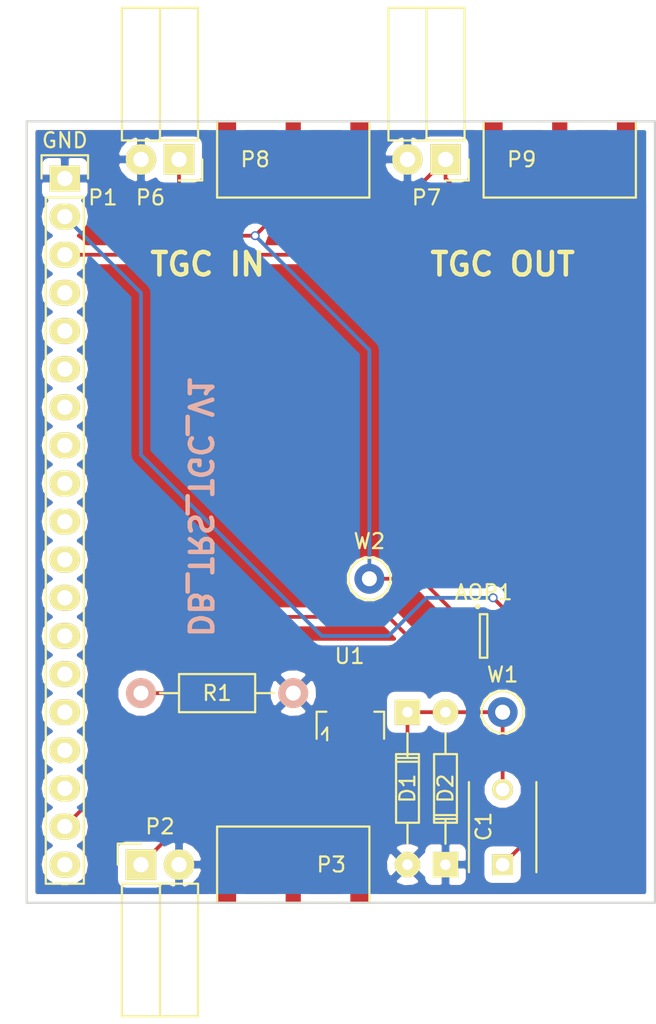
<source format=kicad_pcb>
(kicad_pcb (version 4) (host pcbnew 4.0.4+e1-6308~48~ubuntu16.04.1-stable)

  (general
    (links 31)
    (no_connects 1)
    (area 69.261667 66.644999 113.105001 135.285001)
    (thickness 1.6)
    (drawings 7)
    (tracks 64)
    (zones 0)
    (modules 15)
    (nets 10)
  )

  (page A4)
  (layers
    (0 F.Cu signal)
    (31 B.Cu signal)
    (32 B.Adhes user)
    (33 F.Adhes user)
    (34 B.Paste user)
    (35 F.Paste user)
    (36 B.SilkS user)
    (37 F.SilkS user)
    (38 B.Mask user)
    (39 F.Mask user)
    (40 Dwgs.User user)
    (41 Cmts.User user)
    (42 Eco1.User user)
    (43 Eco2.User user)
    (44 Edge.Cuts user)
    (45 Margin user)
    (46 B.CrtYd user)
    (47 F.CrtYd user)
    (48 B.Fab user)
    (49 F.Fab user)
  )

  (setup
    (last_trace_width 0.25)
    (trace_clearance 0.2)
    (zone_clearance 0.508)
    (zone_45_only no)
    (trace_min 0.2)
    (segment_width 0.2)
    (edge_width 0.15)
    (via_size 0.6)
    (via_drill 0.4)
    (via_min_size 0.4)
    (via_min_drill 0.3)
    (uvia_size 0.3)
    (uvia_drill 0.1)
    (uvias_allowed no)
    (uvia_min_size 0.2)
    (uvia_min_drill 0.1)
    (pcb_text_width 0.3)
    (pcb_text_size 1.5 1.5)
    (mod_edge_width 0.15)
    (mod_text_size 1 1)
    (mod_text_width 0.15)
    (pad_size 1.524 1.524)
    (pad_drill 0.762)
    (pad_to_mask_clearance 0.2)
    (aux_axis_origin 0 0)
    (visible_elements 7FFFFFFF)
    (pcbplotparams
      (layerselection 0x010f0_80000001)
      (usegerberextensions true)
      (excludeedgelayer true)
      (linewidth 0.100000)
      (plotframeref false)
      (viasonmask false)
      (mode 1)
      (useauxorigin false)
      (hpglpennumber 1)
      (hpglpenspeed 20)
      (hpglpendiameter 15)
      (hpglpenoverlay 2)
      (psnegative false)
      (psa4output false)
      (plotreference true)
      (plotvalue true)
      (plotinvisibletext false)
      (padsonsilk false)
      (subtractmaskfromsilk false)
      (outputformat 1)
      (mirror false)
      (drillshape 0)
      (scaleselection 1)
      (outputdirectory ../gerber/))
  )

  (net 0 "")
  (net 1 "Net-(AOP1-Pad1)")
  (net 2 "Net-(AOP1-Pad2)")
  (net 3 "Net-(AOP1-Pad3)")
  (net 4 "Net-(AOP1-Pad6)")
  (net 5 "Net-(C1-Pad2)")
  (net 6 GND)
  (net 7 "Net-(P1-Pad3)")
  (net 8 "Net-(P2-Pad1)")
  (net 9 "Net-(U1-Pad2)")

  (net_class Default "This is the default net class."
    (clearance 0.2)
    (trace_width 0.25)
    (via_dia 0.6)
    (via_drill 0.4)
    (uvia_dia 0.3)
    (uvia_drill 0.1)
    (add_net GND)
    (add_net "Net-(AOP1-Pad1)")
    (add_net "Net-(AOP1-Pad2)")
    (add_net "Net-(AOP1-Pad3)")
    (add_net "Net-(AOP1-Pad6)")
    (add_net "Net-(C1-Pad2)")
    (add_net "Net-(P1-Pad3)")
    (add_net "Net-(P2-Pad1)")
    (add_net "Net-(U1-Pad2)")
  )

  (module "Echopen:SOT-23-6_Handsoldering(OPA625)" placed (layer F.Cu) (tedit 57B6DC67) (tstamp 57B6DF21)
    (at 101.6 109.22)
    (descr "6-pin SOT-23 package, Handsoldering")
    (tags "SOT-23-6 Handsoldering")
    (path /57A890C6)
    (attr smd)
    (fp_text reference AOP1 (at 0 -2.9) (layer F.SilkS)
      (effects (font (size 1 1) (thickness 0.15)))
    )
    (fp_text value OPA625 (at 0 2.9) (layer F.Fab)
      (effects (font (size 1 1) (thickness 0.15)))
    )
    (fp_line (start -2.4 1.7) (end -2.4 -1.7) (layer F.CrtYd) (width 0.05))
    (fp_line (start 2.4 1.7) (end -2.4 1.7) (layer F.CrtYd) (width 0.05))
    (fp_line (start 2.4 -1.7) (end 2.4 1.7) (layer F.CrtYd) (width 0.05))
    (fp_line (start -2.4 -1.7) (end 2.4 -1.7) (layer F.CrtYd) (width 0.05))
    (fp_circle (center -0.4 -1.95) (end -0.3 -1.95) (layer F.SilkS) (width 0.15))
    (fp_line (start 0.25 -1.45) (end -0.25 -1.45) (layer F.SilkS) (width 0.15))
    (fp_line (start 0.25 1.45) (end 0.25 -1.45) (layer F.SilkS) (width 0.15))
    (fp_line (start -0.25 1.45) (end 0.25 1.45) (layer F.SilkS) (width 0.15))
    (fp_line (start -0.25 -1.45) (end -0.25 1.45) (layer F.SilkS) (width 0.15))
    (pad 1 smd rect (at -1.35 -0.95) (size 1.56 0.65) (layers F.Cu F.Paste F.Mask)
      (net 1 "Net-(AOP1-Pad1)"))
    (pad 2 smd rect (at -1.35 0) (size 1.56 0.65) (layers F.Cu F.Paste F.Mask)
      (net 2 "Net-(AOP1-Pad2)"))
    (pad 3 smd rect (at -1.35 0.95) (size 1.56 0.65) (layers F.Cu F.Paste F.Mask)
      (net 3 "Net-(AOP1-Pad3)"))
    (pad 4 smd rect (at 1.35 0.95) (size 1.56 0.65) (layers F.Cu F.Paste F.Mask)
      (net 1 "Net-(AOP1-Pad1)"))
    (pad 6 smd rect (at 1.35 -0.95) (size 1.56 0.65) (layers F.Cu F.Paste F.Mask)
      (net 4 "Net-(AOP1-Pad6)"))
    (pad 5 smd rect (at 1.35 0) (size 1.56 0.65) (layers F.Cu F.Paste F.Mask)
      (net 2 "Net-(AOP1-Pad2)"))
    (model TO_SOT_Packages_SMD.3dshapes/SOT-23-6.wrl
      (at (xyz 0 0 0))
      (scale (xyz 1 1 1))
      (rotate (xyz 0 0 0))
    )
  )

  (module Echopen:C_TH_common placed (layer F.Cu) (tedit 57B463AA) (tstamp 57B6DF27)
    (at 102.87 124.46 90)
    (descr "Capacitor 6mm Disc, Pitch 5mm")
    (tags Capacitor)
    (path /57A88DB5)
    (fp_text reference C1 (at 2.54 -1.27 90) (layer F.SilkS)
      (effects (font (size 1 1) (thickness 0.15)))
    )
    (fp_text value 1n (at 2.54 1.27 90) (layer F.Fab)
      (effects (font (size 1 1) (thickness 0.15)))
    )
    (fp_line (start -0.95 -2.5) (end 5.95 -2.5) (layer F.CrtYd) (width 0.05))
    (fp_line (start 5.95 -2.5) (end 5.95 2.5) (layer F.CrtYd) (width 0.05))
    (fp_line (start 5.95 2.5) (end -0.95 2.5) (layer F.CrtYd) (width 0.05))
    (fp_line (start -0.95 2.5) (end -0.95 -2.5) (layer F.CrtYd) (width 0.05))
    (fp_line (start -0.5 -2.25) (end 5.5 -2.25) (layer F.SilkS) (width 0.15))
    (fp_line (start 5.5 2.25) (end -0.5 2.25) (layer F.SilkS) (width 0.15))
    (pad 1 thru_hole rect (at 0 0 90) (size 1.4 1.4) (drill 0.9) (layers *.Cu *.Mask F.SilkS)
      (net 3 "Net-(AOP1-Pad3)"))
    (pad 2 thru_hole circle (at 5 0 90) (size 1.4 1.4) (drill 0.9) (layers *.Cu *.Mask F.SilkS)
      (net 5 "Net-(C1-Pad2)"))
    (model Capacitors_ThroughHole.3dshapes/C_Disc_D6_P5.wrl
      (at (xyz 0.098425 0 0))
      (scale (xyz 1 1 1))
      (rotate (xyz 0 0 0))
    )
  )

  (module Socket_Strips:Socket_Strip_Angled_1x02 placed (layer F.Cu) (tedit 57B6EFE4) (tstamp 57B6DF50)
    (at 78.74 124.46)
    (descr "Through hole socket strip")
    (tags "socket strip")
    (path /57A887E1)
    (fp_text reference P2 (at 1.27 -2.54) (layer F.SilkS)
      (effects (font (size 1 1) (thickness 0.15)))
    )
    (fp_text value CONN_01X02 (at 0 -2.75) (layer F.Fab)
      (effects (font (size 1 1) (thickness 0.15)))
    )
    (fp_line (start -1.75 -1.5) (end -1.75 10.6) (layer F.CrtYd) (width 0.05))
    (fp_line (start 4.3 -1.5) (end 4.3 10.6) (layer F.CrtYd) (width 0.05))
    (fp_line (start -1.75 -1.5) (end 4.3 -1.5) (layer F.CrtYd) (width 0.05))
    (fp_line (start -1.75 10.6) (end 4.3 10.6) (layer F.CrtYd) (width 0.05))
    (fp_line (start 3.81 10.1) (end 3.81 1.27) (layer F.SilkS) (width 0.15))
    (fp_line (start 1.27 10.1) (end 3.81 10.1) (layer F.SilkS) (width 0.15))
    (fp_line (start 1.27 1.27) (end 1.27 10.1) (layer F.SilkS) (width 0.15))
    (fp_line (start 1.27 1.27) (end 3.81 1.27) (layer F.SilkS) (width 0.15))
    (fp_line (start -1.27 1.27) (end 1.27 1.27) (layer F.SilkS) (width 0.15))
    (fp_line (start 0 -1.4) (end -1.55 -1.4) (layer F.SilkS) (width 0.15))
    (fp_line (start -1.55 -1.4) (end -1.55 0) (layer F.SilkS) (width 0.15))
    (fp_line (start -1.27 1.27) (end -1.27 10.1) (layer F.SilkS) (width 0.15))
    (fp_line (start -1.27 10.1) (end 1.27 10.1) (layer F.SilkS) (width 0.15))
    (fp_line (start 1.27 10.1) (end 1.27 1.27) (layer F.SilkS) (width 0.15))
    (pad 1 thru_hole rect (at 0 0) (size 2.032 2.032) (drill 1.016) (layers *.Cu *.Mask F.SilkS)
      (net 8 "Net-(P2-Pad1)"))
    (pad 2 thru_hole oval (at 2.54 0) (size 2.032 2.032) (drill 1.016) (layers *.Cu *.Mask F.SilkS)
      (net 6 GND))
    (model Socket_Strips.3dshapes/Socket_Strip_Angled_1x02.wrl
      (at (xyz 0.05 0 0))
      (scale (xyz 1 1 1))
      (rotate (xyz 0 0 180))
    )
  )

  (module Socket_Strips:Socket_Strip_Angled_1x02 placed (layer F.Cu) (tedit 57B6EFCE) (tstamp 57B6DF5D)
    (at 81.28 77.47 180)
    (descr "Through hole socket strip")
    (tags "socket strip")
    (path /57A8A021)
    (fp_text reference P6 (at 1.905 -2.54 180) (layer F.SilkS)
      (effects (font (size 1 1) (thickness 0.15)))
    )
    (fp_text value CONN_01X02 (at 0 -2.75 180) (layer F.Fab)
      (effects (font (size 1 1) (thickness 0.15)))
    )
    (fp_line (start -1.75 -1.5) (end -1.75 10.6) (layer F.CrtYd) (width 0.05))
    (fp_line (start 4.3 -1.5) (end 4.3 10.6) (layer F.CrtYd) (width 0.05))
    (fp_line (start -1.75 -1.5) (end 4.3 -1.5) (layer F.CrtYd) (width 0.05))
    (fp_line (start -1.75 10.6) (end 4.3 10.6) (layer F.CrtYd) (width 0.05))
    (fp_line (start 3.81 10.1) (end 3.81 1.27) (layer F.SilkS) (width 0.15))
    (fp_line (start 1.27 10.1) (end 3.81 10.1) (layer F.SilkS) (width 0.15))
    (fp_line (start 1.27 1.27) (end 1.27 10.1) (layer F.SilkS) (width 0.15))
    (fp_line (start 1.27 1.27) (end 3.81 1.27) (layer F.SilkS) (width 0.15))
    (fp_line (start -1.27 1.27) (end 1.27 1.27) (layer F.SilkS) (width 0.15))
    (fp_line (start 0 -1.4) (end -1.55 -1.4) (layer F.SilkS) (width 0.15))
    (fp_line (start -1.55 -1.4) (end -1.55 0) (layer F.SilkS) (width 0.15))
    (fp_line (start -1.27 1.27) (end -1.27 10.1) (layer F.SilkS) (width 0.15))
    (fp_line (start -1.27 10.1) (end 1.27 10.1) (layer F.SilkS) (width 0.15))
    (fp_line (start 1.27 10.1) (end 1.27 1.27) (layer F.SilkS) (width 0.15))
    (pad 1 thru_hole rect (at 0 0 180) (size 2.032 2.032) (drill 1.016) (layers *.Cu *.Mask F.SilkS)
      (net 1 "Net-(AOP1-Pad1)"))
    (pad 2 thru_hole oval (at 2.54 0 180) (size 2.032 2.032) (drill 1.016) (layers *.Cu *.Mask F.SilkS)
      (net 6 GND))
    (model Socket_Strips.3dshapes/Socket_Strip_Angled_1x02.wrl
      (at (xyz 0.05 0 0))
      (scale (xyz 1 1 1))
      (rotate (xyz 0 0 180))
    )
  )

  (module Socket_Strips:Socket_Strip_Angled_1x02 placed (layer F.Cu) (tedit 57B6EFCA) (tstamp 57B6DF63)
    (at 99.06 77.47 180)
    (descr "Through hole socket strip")
    (tags "socket strip")
    (path /57A8A115)
    (fp_text reference P7 (at 1.27 -2.54 180) (layer F.SilkS)
      (effects (font (size 1 1) (thickness 0.15)))
    )
    (fp_text value CONN_01X02 (at 0 -2.75 180) (layer F.Fab)
      (effects (font (size 1 1) (thickness 0.15)))
    )
    (fp_line (start -1.75 -1.5) (end -1.75 10.6) (layer F.CrtYd) (width 0.05))
    (fp_line (start 4.3 -1.5) (end 4.3 10.6) (layer F.CrtYd) (width 0.05))
    (fp_line (start -1.75 -1.5) (end 4.3 -1.5) (layer F.CrtYd) (width 0.05))
    (fp_line (start -1.75 10.6) (end 4.3 10.6) (layer F.CrtYd) (width 0.05))
    (fp_line (start 3.81 10.1) (end 3.81 1.27) (layer F.SilkS) (width 0.15))
    (fp_line (start 1.27 10.1) (end 3.81 10.1) (layer F.SilkS) (width 0.15))
    (fp_line (start 1.27 1.27) (end 1.27 10.1) (layer F.SilkS) (width 0.15))
    (fp_line (start 1.27 1.27) (end 3.81 1.27) (layer F.SilkS) (width 0.15))
    (fp_line (start -1.27 1.27) (end 1.27 1.27) (layer F.SilkS) (width 0.15))
    (fp_line (start 0 -1.4) (end -1.55 -1.4) (layer F.SilkS) (width 0.15))
    (fp_line (start -1.55 -1.4) (end -1.55 0) (layer F.SilkS) (width 0.15))
    (fp_line (start -1.27 1.27) (end -1.27 10.1) (layer F.SilkS) (width 0.15))
    (fp_line (start -1.27 10.1) (end 1.27 10.1) (layer F.SilkS) (width 0.15))
    (fp_line (start 1.27 10.1) (end 1.27 1.27) (layer F.SilkS) (width 0.15))
    (pad 1 thru_hole rect (at 0 0 180) (size 2.032 2.032) (drill 1.016) (layers *.Cu *.Mask F.SilkS)
      (net 7 "Net-(P1-Pad3)"))
    (pad 2 thru_hole oval (at 2.54 0 180) (size 2.032 2.032) (drill 1.016) (layers *.Cu *.Mask F.SilkS)
      (net 6 GND))
    (model Socket_Strips.3dshapes/Socket_Strip_Angled_1x02.wrl
      (at (xyz 0.05 0 0))
      (scale (xyz 1 1 1))
      (rotate (xyz 0 0 180))
    )
  )

  (module "Echopen:SOT89-3_(MD0100)" placed (layer F.Cu) (tedit 57B6DD2F) (tstamp 57B6DF97)
    (at 92.71 115.57)
    (descr "SOT89-3, Housing, Handsoldering,")
    (tags "SOT89-3, Housing, Handsoldering,")
    (path /57A4ADCE)
    (attr smd)
    (fp_text reference U1 (at -0.0508 -5.00126) (layer F.SilkS)
      (effects (font (size 1 1) (thickness 0.15)))
    )
    (fp_text value MD0100 (at -0.14986 5.30098) (layer F.Fab)
      (effects (font (size 1 1) (thickness 0.15)))
    )
    (fp_line (start -1.89992 0.20066) (end -1.651 -0.09906) (layer F.SilkS) (width 0.15))
    (fp_line (start -1.651 -0.09906) (end -1.5494 -0.24892) (layer F.SilkS) (width 0.15))
    (fp_line (start -1.5494 -0.24892) (end -1.5494 0.59944) (layer F.SilkS) (width 0.15))
    (fp_line (start -2.25044 -1.30048) (end -2.25044 0.50038) (layer F.SilkS) (width 0.15))
    (fp_line (start -2.25044 -1.30048) (end -1.6002 -1.30048) (layer F.SilkS) (width 0.15))
    (fp_line (start 2.25044 -1.30048) (end 2.25044 0.50038) (layer F.SilkS) (width 0.15))
    (fp_line (start 2.25044 -1.30048) (end 1.6002 -1.30048) (layer F.SilkS) (width 0.15))
    (pad 1 smd rect (at -1.50114 2.35204) (size 1.00076 2.5019) (layers F.Cu F.Paste F.Mask)
      (net 8 "Net-(P2-Pad1)"))
    (pad 2 smd rect (at 0 2.35204) (size 1.00076 2.5019) (layers F.Cu F.Paste F.Mask)
      (net 9 "Net-(U1-Pad2)"))
    (pad 3 smd rect (at 1.50114 2.35204) (size 1.00076 2.5019) (layers F.Cu F.Paste F.Mask)
      (net 5 "Net-(C1-Pad2)"))
    (pad 2 smd rect (at 0 -1.6002) (size 1.99898 4.0005) (layers F.Cu F.Paste F.Mask)
      (net 9 "Net-(U1-Pad2)"))
    (pad 2 smd trapezoid (at 0 0.7493 180) (size 1.50114 0.7493) (rect_delta 0 0.50038 ) (layers F.Cu F.Paste F.Mask)
      (net 9 "Net-(U1-Pad2)"))
    (model TO_SOT_Packages_SMD.3dshapes/SOT89-3_Housing_Handsoldering.wrl
      (at (xyz 0 0 0))
      (scale (xyz 0.3937 0.3937 0.3937))
      (rotate (xyz 0 0 0))
    )
  )

  (module Measurement_Points:Test_Point_Keystone_5000-5004_Miniature placed (layer F.Cu) (tedit 56E5DE14) (tstamp 57B6DF9C)
    (at 102.87 114.3)
    (descr "Keystone Miniature THM Test Point 5000-5004, http://www.keyelco.com/product-pdf.cfm?p=1309")
    (tags "Through Hole Mount Test Points")
    (path /57B6E069)
    (attr virtual)
    (fp_text reference W1 (at 0 -2.5) (layer F.SilkS)
      (effects (font (size 1 1) (thickness 0.15)))
    )
    (fp_text value TEST_1P (at 0 2.5) (layer F.Fab)
      (effects (font (size 1 1) (thickness 0.15)))
    )
    (fp_circle (center 0 0) (end 1.65 0) (layer F.CrtYd) (width 0.05))
    (fp_line (start -0.75 -0.25) (end 0.75 -0.25) (layer F.Fab) (width 0.15))
    (fp_line (start 0.75 -0.25) (end 0.75 0.25) (layer F.Fab) (width 0.15))
    (fp_line (start 0.75 0.25) (end -0.75 0.25) (layer F.Fab) (width 0.15))
    (fp_line (start -0.75 0.25) (end -0.75 -0.25) (layer F.Fab) (width 0.15))
    (fp_circle (center 0 0) (end 1.25 0) (layer F.Fab) (width 0.15))
    (fp_circle (center 0 0) (end 1.4 0) (layer F.SilkS) (width 0.15))
    (pad 1 thru_hole circle (at 0 0) (size 2 2) (drill 1) (layers *.Cu *.Mask)
      (net 5 "Net-(C1-Pad2)"))
  )

  (module Measurement_Points:Test_Point_Keystone_5000-5004_Miniature placed (layer F.Cu) (tedit 56E5DE14) (tstamp 57B6DFA1)
    (at 93.98 105.41)
    (descr "Keystone Miniature THM Test Point 5000-5004, http://www.keyelco.com/product-pdf.cfm?p=1309")
    (tags "Through Hole Mount Test Points")
    (path /57B6E214)
    (attr virtual)
    (fp_text reference W2 (at 0 -2.5) (layer F.SilkS)
      (effects (font (size 1 1) (thickness 0.15)))
    )
    (fp_text value TEST_1P (at 0 2.5) (layer F.Fab)
      (effects (font (size 1 1) (thickness 0.15)))
    )
    (fp_circle (center 0 0) (end 1.65 0) (layer F.CrtYd) (width 0.05))
    (fp_line (start -0.75 -0.25) (end 0.75 -0.25) (layer F.Fab) (width 0.15))
    (fp_line (start 0.75 -0.25) (end 0.75 0.25) (layer F.Fab) (width 0.15))
    (fp_line (start 0.75 0.25) (end -0.75 0.25) (layer F.Fab) (width 0.15))
    (fp_line (start -0.75 0.25) (end -0.75 -0.25) (layer F.Fab) (width 0.15))
    (fp_circle (center 0 0) (end 1.25 0) (layer F.Fab) (width 0.15))
    (fp_circle (center 0 0) (end 1.4 0) (layer F.SilkS) (width 0.15))
    (pad 1 thru_hole circle (at 0 0) (size 2 2) (drill 1) (layers *.Cu *.Mask)
      (net 1 "Net-(AOP1-Pad1)"))
  )

  (module Echopen:SMA (layer F.Cu) (tedit 57B6CD4E) (tstamp 57B6DF71)
    (at 106.68 77.47 180)
    (path /57A8A10F)
    (fp_text reference P9 (at 2.54 0 180) (layer F.SilkS)
      (effects (font (size 1 1) (thickness 0.15)))
    )
    (fp_text value SMA (at -2.54 0 180) (layer F.Fab)
      (effects (font (size 1 1) (thickness 0.15)))
    )
    (fp_line (start -5.08 -2.54) (end 5.08 -2.54) (layer F.SilkS) (width 0.15))
    (fp_line (start 5.08 -2.54) (end 5.08 2.54) (layer F.SilkS) (width 0.15))
    (fp_line (start 5.08 2.54) (end -5.08 2.54) (layer F.SilkS) (width 0.15))
    (fp_line (start -5.08 2.54) (end -5.08 -2.54) (layer F.SilkS) (width 0.15))
    (pad 2 smd rect (at -5.08 0 180) (size 1.27 5.08) (drill (offset 0.635 0)) (layers *.Paste *.Mask F.Cu)
      (net 6 GND))
    (pad 2 smd rect (at 5.08 0 180) (size 1.27 5.08) (drill (offset -0.635 0)) (layers *.Paste *.Mask F.Cu)
      (net 6 GND))
    (pad 1 smd rect (at 0 0 180) (size 1.016 5.08) (layers F.Cu F.Paste F.Mask)
      (net 7 "Net-(P1-Pad3)"))
    (model ../../../../../home/echopen/Bureau/GitHub/electronic/kicad/Librairy/3d/sma_90_r300.124.403.wrl
      (at (xyz 0 -0.15 0))
      (scale (xyz 0.9 0.9 0.9))
      (rotate (xyz 0 0 0))
    )
  )

  (module Echopen:SMA (layer F.Cu) (tedit 57B6CD4E) (tstamp 57B6DF6A)
    (at 88.9 77.47 180)
    (path /57A8A01B)
    (fp_text reference P8 (at 2.54 0 180) (layer F.SilkS)
      (effects (font (size 1 1) (thickness 0.15)))
    )
    (fp_text value SMA (at -2.54 0 180) (layer F.Fab)
      (effects (font (size 1 1) (thickness 0.15)))
    )
    (fp_line (start -5.08 -2.54) (end 5.08 -2.54) (layer F.SilkS) (width 0.15))
    (fp_line (start 5.08 -2.54) (end 5.08 2.54) (layer F.SilkS) (width 0.15))
    (fp_line (start 5.08 2.54) (end -5.08 2.54) (layer F.SilkS) (width 0.15))
    (fp_line (start -5.08 2.54) (end -5.08 -2.54) (layer F.SilkS) (width 0.15))
    (pad 2 smd rect (at -5.08 0 180) (size 1.27 5.08) (drill (offset 0.635 0)) (layers *.Paste *.Mask F.Cu)
      (net 6 GND))
    (pad 2 smd rect (at 5.08 0 180) (size 1.27 5.08) (drill (offset -0.635 0)) (layers *.Paste *.Mask F.Cu)
      (net 6 GND))
    (pad 1 smd rect (at 0 0 180) (size 1.016 5.08) (layers F.Cu F.Paste F.Mask)
      (net 1 "Net-(AOP1-Pad1)"))
    (model ../../../../../home/echopen/Bureau/GitHub/electronic/kicad/Librairy/3d/sma_90_r300.124.403.wrl
      (at (xyz 0 -0.15 0))
      (scale (xyz 0.9 0.9 0.9))
      (rotate (xyz 0 0 0))
    )
  )

  (module Echopen:SMA (layer F.Cu) (tedit 57B6CD4E) (tstamp 57B6DF57)
    (at 88.9 124.46)
    (path /57A88786)
    (fp_text reference P3 (at 2.54 0) (layer F.SilkS)
      (effects (font (size 1 1) (thickness 0.15)))
    )
    (fp_text value SMA (at -2.54 0) (layer F.Fab)
      (effects (font (size 1 1) (thickness 0.15)))
    )
    (fp_line (start -5.08 -2.54) (end 5.08 -2.54) (layer F.SilkS) (width 0.15))
    (fp_line (start 5.08 -2.54) (end 5.08 2.54) (layer F.SilkS) (width 0.15))
    (fp_line (start 5.08 2.54) (end -5.08 2.54) (layer F.SilkS) (width 0.15))
    (fp_line (start -5.08 2.54) (end -5.08 -2.54) (layer F.SilkS) (width 0.15))
    (pad 2 smd rect (at -5.08 0) (size 1.27 5.08) (drill (offset 0.635 0)) (layers *.Paste *.Mask F.Cu)
      (net 6 GND))
    (pad 2 smd rect (at 5.08 0) (size 1.27 5.08) (drill (offset -0.635 0)) (layers *.Paste *.Mask F.Cu)
      (net 6 GND))
    (pad 1 smd rect (at 0 0) (size 1.016 5.08) (layers F.Cu F.Paste F.Mask)
      (net 8 "Net-(P2-Pad1)"))
    (model ../../../../../home/echopen/Bureau/GitHub/electronic/kicad/Librairy/3d/sma_90_r300.124.403.wrl
      (at (xyz 0 -0.15 0))
      (scale (xyz 0.9 0.9 0.9))
      (rotate (xyz 0 0 0))
    )
  )

  (module Echopen:Header_pin_angled_1x19 (layer F.Cu) (tedit 57BDC227) (tstamp 57BDC3B0)
    (at 73.66 101.6)
    (descr "Through hole socket strip")
    (tags "socket strip")
    (path /57A8841B)
    (fp_text reference P1 (at 2.54 -21.59) (layer F.SilkS)
      (effects (font (size 1 1) (thickness 0.15)))
    )
    (fp_text value CONN_01X19 (at 0.635 26.035) (layer F.Fab)
      (effects (font (size 1 1) (thickness 0.15)))
    )
    (fp_text user GND (at 0 -25.4) (layer F.SilkS)
      (effects (font (size 1 1) (thickness 0.15)))
    )
    (fp_line (start 1.75 -24.61) (end -1.75 -24.61) (layer F.CrtYd) (width 0.05))
    (fp_line (start 1.75 24.64) (end -1.75 24.64) (layer F.CrtYd) (width 0.05))
    (fp_line (start 1.75 -24.61) (end 1.75 24.64) (layer F.CrtYd) (width 0.05))
    (fp_line (start -1.75 -24.61) (end -1.75 24.64) (layer F.CrtYd) (width 0.05))
    (fp_line (start -1.27 -21.59) (end -1.27 24.13) (layer F.SilkS) (width 0.15))
    (fp_line (start -1.27 24.13) (end 1.27 24.13) (layer F.SilkS) (width 0.15))
    (fp_line (start 1.27 24.13) (end 1.27 -21.59) (layer F.SilkS) (width 0.15))
    (fp_line (start -1.55 -24.41) (end -1.55 -22.86) (layer F.SilkS) (width 0.15))
    (fp_line (start -1.27 -21.59) (end 1.27 -21.59) (layer F.SilkS) (width 0.15))
    (fp_line (start 1.55 -22.86) (end 1.55 -24.41) (layer F.SilkS) (width 0.15))
    (fp_line (start 1.55 -24.41) (end -1.55 -24.41) (layer F.SilkS) (width 0.15))
    (pad 1 thru_hole rect (at 0 -22.86 270) (size 1.7272 2.032) (drill 1.016) (layers *.Cu *.Mask F.SilkS)
      (net 6 GND))
    (pad 2 thru_hole oval (at 0 -20.32 270) (size 1.7272 2.032) (drill 1.016) (layers *.Cu *.Mask F.SilkS)
      (net 4 "Net-(AOP1-Pad6)"))
    (pad 3 thru_hole oval (at 0 -17.78 270) (size 1.7272 2.032) (drill 1.016) (layers *.Cu *.Mask F.SilkS)
      (net 7 "Net-(P1-Pad3)"))
    (pad 4 thru_hole oval (at 0 -15.24 270) (size 1.7272 2.032) (drill 1.016) (layers *.Cu *.Mask F.SilkS))
    (pad 5 thru_hole oval (at 0 -12.7 270) (size 1.7272 2.032) (drill 1.016) (layers *.Cu *.Mask F.SilkS))
    (pad 6 thru_hole oval (at 0 -10.16 270) (size 1.7272 2.032) (drill 1.016) (layers *.Cu *.Mask F.SilkS))
    (pad 7 thru_hole oval (at 0 -7.62 270) (size 1.7272 2.032) (drill 1.016) (layers *.Cu *.Mask F.SilkS))
    (pad 8 thru_hole oval (at 0 -5.08 270) (size 1.7272 2.032) (drill 1.016) (layers *.Cu *.Mask F.SilkS))
    (pad 9 thru_hole oval (at 0 -2.54 270) (size 1.7272 2.032) (drill 1.016) (layers *.Cu *.Mask F.SilkS))
    (pad 10 thru_hole oval (at 0 0 270) (size 1.7272 2.032) (drill 1.016) (layers *.Cu *.Mask F.SilkS))
    (pad 11 thru_hole oval (at 0 2.54 270) (size 1.7272 2.032) (drill 1.016) (layers *.Cu *.Mask F.SilkS))
    (pad 12 thru_hole oval (at 0 5.08 270) (size 1.7272 2.032) (drill 1.016) (layers *.Cu *.Mask F.SilkS))
    (pad 13 thru_hole oval (at 0 7.62 270) (size 1.7272 2.032) (drill 1.016) (layers *.Cu *.Mask F.SilkS))
    (pad 14 thru_hole oval (at 0 10.16 270) (size 1.7272 2.032) (drill 1.016) (layers *.Cu *.Mask F.SilkS))
    (pad 15 thru_hole oval (at 0 12.7 270) (size 1.7272 2.032) (drill 1.016) (layers *.Cu *.Mask F.SilkS))
    (pad 16 thru_hole oval (at 0 15.24 270) (size 1.7272 2.032) (drill 1.016) (layers *.Cu *.Mask F.SilkS))
    (pad 17 thru_hole oval (at 0 17.78 270) (size 1.7272 2.032) (drill 1.016) (layers *.Cu *.Mask F.SilkS))
    (pad 18 thru_hole oval (at 0 20.32 270) (size 1.7272 2.032) (drill 1.016) (layers *.Cu *.Mask F.SilkS)
      (net 2 "Net-(AOP1-Pad2)"))
    (pad 19 thru_hole oval (at 0 22.86 270) (size 1.7272 2.032) (drill 1.016) (layers *.Cu *.Mask F.SilkS))
    (model Pin_Headers.3dshapes/Pin_Header_Angled_1x19.wrl
      (at (xyz 0 0 0))
      (scale (xyz 1 1 1))
      (rotate (xyz 0 0 -90))
    )
  )

  (module Echopen:Resistor_TH_common (layer F.Cu) (tedit 580DD939) (tstamp 57B6DF8E)
    (at 78.74 113.03)
    (descr "Resistor, Axial,  RM 10mm, 1/3W")
    (tags "Resistor Axial RM 10mm 1/3W")
    (path /57A88ECC)
    (fp_text reference R1 (at 5.08 0) (layer F.SilkS)
      (effects (font (size 1 1) (thickness 0.15)))
    )
    (fp_text value 220 (at 5.08 1.905) (layer F.Fab)
      (effects (font (size 1 1) (thickness 0.15)))
    )
    (fp_line (start -1.25 -1.5) (end 11.4 -1.5) (layer F.CrtYd) (width 0.05))
    (fp_line (start -1.25 1.5) (end -1.25 -1.5) (layer F.CrtYd) (width 0.05))
    (fp_line (start 11.4 -1.5) (end 11.4 1.5) (layer F.CrtYd) (width 0.05))
    (fp_line (start -1.25 1.5) (end 11.4 1.5) (layer F.CrtYd) (width 0.05))
    (fp_line (start 2.54 -1.27) (end 7.62 -1.27) (layer F.SilkS) (width 0.15))
    (fp_line (start 7.62 -1.27) (end 7.62 1.27) (layer F.SilkS) (width 0.15))
    (fp_line (start 7.62 1.27) (end 2.54 1.27) (layer F.SilkS) (width 0.15))
    (fp_line (start 2.54 1.27) (end 2.54 -1.27) (layer F.SilkS) (width 0.15))
    (fp_line (start 2.54 0) (end 1.27 0) (layer F.SilkS) (width 0.15))
    (fp_line (start 7.62 0) (end 8.89 0) (layer F.SilkS) (width 0.15))
    (pad 1 thru_hole circle (at 0 0) (size 1.99898 1.99898) (drill 1.00076) (layers *.Cu *.SilkS *.Mask)
      (net 3 "Net-(AOP1-Pad3)"))
    (pad 2 thru_hole circle (at 10.16 0) (size 1.99898 1.99898) (drill 1.00076) (layers *.Cu *.SilkS *.Mask)
      (net 6 GND))
    (model Resistors_ThroughHole.3dshapes/Resistor_Horizontal_RM10mm.wrl
      (at (xyz 0.2 0 0))
      (scale (xyz 0.4 0.4 0.4))
      (rotate (xyz 0 0 0))
    )
  )

  (module Echopen:D_TH_common (layer F.Cu) (tedit 580DD903) (tstamp 57B6DF33)
    (at 99.06 124.46 90)
    (descr "Diode, DO-35,  SOD27, Horizontal, RM 10mm")
    (tags "Diode, DO-35, SOD27, Horizontal, RM 10mm, 1N4148,")
    (path /57A4AEBB)
    (fp_text reference D2 (at 5.08 0 90) (layer F.SilkS)
      (effects (font (size 1 1) (thickness 0.15)))
    )
    (fp_text value IN4148 (at 5.08 1.27 90) (layer F.Fab)
      (effects (font (size 1 1) (thickness 0.15)))
    )
    (fp_line (start 7.36652 -0.00254) (end 8.76352 -0.00254) (layer F.SilkS) (width 0.15))
    (fp_line (start 2.92152 -0.00254) (end 1.39752 -0.00254) (layer F.SilkS) (width 0.15))
    (fp_line (start 3.30252 -0.76454) (end 3.30252 0.75946) (layer F.SilkS) (width 0.15))
    (fp_line (start 3.04852 -0.76454) (end 3.04852 0.75946) (layer F.SilkS) (width 0.15))
    (fp_line (start 2.79452 -0.00254) (end 2.79452 0.75946) (layer F.SilkS) (width 0.15))
    (fp_line (start 2.79452 0.75946) (end 7.36652 0.75946) (layer F.SilkS) (width 0.15))
    (fp_line (start 7.36652 0.75946) (end 7.36652 -0.76454) (layer F.SilkS) (width 0.15))
    (fp_line (start 7.36652 -0.76454) (end 2.79452 -0.76454) (layer F.SilkS) (width 0.15))
    (fp_line (start 2.79452 -0.76454) (end 2.79452 -0.00254) (layer F.SilkS) (width 0.15))
    (pad 2 thru_hole circle (at 10.16052 -0.00254 270) (size 1.69926 1.69926) (drill 0.70104) (layers *.Cu *.Mask F.SilkS)
      (net 5 "Net-(C1-Pad2)"))
    (pad 1 thru_hole rect (at 0.00052 -0.00254 270) (size 1.69926 1.69926) (drill 0.70104) (layers *.Cu *.Mask F.SilkS)
      (net 6 GND))
    (model Diodes_ThroughHole.3dshapes/Diode_DO-35_SOD27_Horizontal_RM10.wrl
      (at (xyz 0.2 0 0))
      (scale (xyz 0.4 0.4 0.4))
      (rotate (xyz 0 0 180))
    )
  )

  (module Echopen:D_TH_common (layer F.Cu) (tedit 580DD903) (tstamp 57B6DF2D)
    (at 96.52 114.3 270)
    (descr "Diode, DO-35,  SOD27, Horizontal, RM 10mm")
    (tags "Diode, DO-35, SOD27, Horizontal, RM 10mm, 1N4148,")
    (path /57A4AE58)
    (fp_text reference D1 (at 5.08 0 270) (layer F.SilkS)
      (effects (font (size 1 1) (thickness 0.15)))
    )
    (fp_text value 1N4148 (at 5.08 1.27 270) (layer F.Fab)
      (effects (font (size 1 1) (thickness 0.15)))
    )
    (fp_line (start 7.36652 -0.00254) (end 8.76352 -0.00254) (layer F.SilkS) (width 0.15))
    (fp_line (start 2.92152 -0.00254) (end 1.39752 -0.00254) (layer F.SilkS) (width 0.15))
    (fp_line (start 3.30252 -0.76454) (end 3.30252 0.75946) (layer F.SilkS) (width 0.15))
    (fp_line (start 3.04852 -0.76454) (end 3.04852 0.75946) (layer F.SilkS) (width 0.15))
    (fp_line (start 2.79452 -0.00254) (end 2.79452 0.75946) (layer F.SilkS) (width 0.15))
    (fp_line (start 2.79452 0.75946) (end 7.36652 0.75946) (layer F.SilkS) (width 0.15))
    (fp_line (start 7.36652 0.75946) (end 7.36652 -0.76454) (layer F.SilkS) (width 0.15))
    (fp_line (start 7.36652 -0.76454) (end 2.79452 -0.76454) (layer F.SilkS) (width 0.15))
    (fp_line (start 2.79452 -0.76454) (end 2.79452 -0.00254) (layer F.SilkS) (width 0.15))
    (pad 2 thru_hole circle (at 10.16052 -0.00254 90) (size 1.69926 1.69926) (drill 0.70104) (layers *.Cu *.Mask F.SilkS)
      (net 6 GND))
    (pad 1 thru_hole rect (at 0.00052 -0.00254 90) (size 1.69926 1.69926) (drill 0.70104) (layers *.Cu *.Mask F.SilkS)
      (net 5 "Net-(C1-Pad2)"))
    (model Diodes_ThroughHole.3dshapes/Diode_DO-35_SOD27_Horizontal_RM10.wrl
      (at (xyz 0.2 0 0))
      (scale (xyz 0.4 0.4 0.4))
      (rotate (xyz 0 0 180))
    )
  )

  (gr_text DB_TRS_TGC_V1 (at 82.677 100.584 270) (layer B.SilkS)
    (effects (font (size 1.5 1.5) (thickness 0.3)) (justify mirror))
  )
  (gr_line (start 113.03 74.93) (end 71.12 74.93) (angle 90) (layer Edge.Cuts) (width 0.15))
  (gr_line (start 113.03 127) (end 113.03 74.93) (angle 90) (layer Edge.Cuts) (width 0.15))
  (gr_line (start 71.12 127) (end 113.03 127) (angle 90) (layer Edge.Cuts) (width 0.15))
  (gr_line (start 71.12 74.93) (end 71.12 127) (angle 90) (layer Edge.Cuts) (width 0.15))
  (gr_text "TGC OUT" (at 102.87 84.455) (layer F.SilkS)
    (effects (font (size 1.5 1.5) (thickness 0.3)))
  )
  (gr_text "TGC IN" (at 83.185 84.455) (layer F.SilkS)
    (effects (font (size 1.5 1.5) (thickness 0.3)))
  )

  (via (at 86.36 82.55) (size 0.6) (drill 0.4) (layers F.Cu B.Cu) (net 1))
  (segment (start 93.98 105.41) (end 93.98 90.17) (width 0.25) (layer B.Cu) (net 1) (tstamp 57BC14AD) (status 10))
  (segment (start 93.98 90.17) (end 86.36 82.55) (width 0.25) (layer B.Cu) (net 1) (tstamp 57BC14AC))
  (segment (start 81.28 77.47) (end 81.28 80.01) (width 0.25) (layer F.Cu) (net 1) (status 10))
  (segment (start 81.28 80.01) (end 83.82 82.55) (width 0.25) (layer F.Cu) (net 1) (tstamp 57BC149D))
  (segment (start 83.82 82.55) (end 86.36 82.55) (width 0.25) (layer F.Cu) (net 1) (tstamp 57BC149F))
  (segment (start 86.36 82.55) (end 88.9 80.01) (width 0.25) (layer F.Cu) (net 1) (tstamp 57BC14A1) (status 20))
  (segment (start 88.9 80.01) (end 88.9 77.47) (width 0.25) (layer F.Cu) (net 1) (tstamp 57BC14A2) (status 30))
  (segment (start 102.95 110.17) (end 104.46 110.17) (width 0.25) (layer F.Cu) (net 1) (status 10))
  (segment (start 104.775 105.41) (end 97.155 105.41) (width 0.25) (layer F.Cu) (net 1) (tstamp 57B6EF6B))
  (segment (start 104.775 109.855) (end 104.775 105.41) (width 0.25) (layer F.Cu) (net 1) (tstamp 57B6EF63))
  (segment (start 104.46 110.17) (end 104.775 109.855) (width 0.25) (layer F.Cu) (net 1) (tstamp 57B6EF5B))
  (segment (start 93.98 105.41) (end 97.155 105.41) (width 0.25) (layer F.Cu) (net 1) (status 10))
  (segment (start 97.155 105.41) (end 97.39 105.41) (width 0.25) (layer F.Cu) (net 1) (tstamp 57B6EF6F))
  (segment (start 97.39 105.41) (end 100.25 108.27) (width 0.25) (layer F.Cu) (net 1) (tstamp 57B6EE90) (status 20))
  (segment (start 100.25 109.22) (end 96.52 109.22) (width 0.25) (layer F.Cu) (net 2) (status 10))
  (segment (start 76.2 119.38) (end 73.66 121.92) (width 0.25) (layer F.Cu) (net 2) (tstamp 57BC14B8) (status 20))
  (segment (start 76.2 111.76) (end 76.2 119.38) (width 0.25) (layer F.Cu) (net 2) (tstamp 57BC14B6))
  (segment (start 80.01 107.95) (end 76.2 111.76) (width 0.25) (layer F.Cu) (net 2) (tstamp 57BC14B4))
  (segment (start 95.25 107.95) (end 80.01 107.95) (width 0.25) (layer F.Cu) (net 2) (tstamp 57BC14B2))
  (segment (start 96.52 109.22) (end 95.25 107.95) (width 0.25) (layer F.Cu) (net 2) (tstamp 57BC14B1))
  (segment (start 100.25 109.22) (end 102.95 109.22) (width 0.25) (layer F.Cu) (net 2) (status 30))
  (segment (start 100.25 110.17) (end 100.25 111.045) (width 0.25) (layer F.Cu) (net 3) (status 10))
  (segment (start 105.41 121.92) (end 102.87 124.46) (width 0.25) (layer F.Cu) (net 3) (tstamp 57B6EE27) (status 20))
  (segment (start 105.41 112.395) (end 105.41 121.92) (width 0.25) (layer F.Cu) (net 3) (tstamp 57B6EE25))
  (segment (start 104.775 111.76) (end 105.41 112.395) (width 0.25) (layer F.Cu) (net 3) (tstamp 57B6EE23))
  (segment (start 100.965 111.76) (end 104.775 111.76) (width 0.25) (layer F.Cu) (net 3) (tstamp 57B6EE20))
  (segment (start 100.25 111.045) (end 100.965 111.76) (width 0.25) (layer F.Cu) (net 3) (tstamp 57B6EE1E))
  (segment (start 78.74 113.03) (end 85.09 113.03) (width 0.25) (layer F.Cu) (net 3) (status 10))
  (segment (start 87.95 110.17) (end 100.25 110.17) (width 0.25) (layer F.Cu) (net 3) (tstamp 57B6EDF2) (status 20))
  (segment (start 85.09 113.03) (end 87.95 110.17) (width 0.25) (layer F.Cu) (net 3) (tstamp 57B6EDF1))
  (segment (start 99.93 110.49) (end 100.25 110.17) (width 0.25) (layer F.Cu) (net 3) (tstamp 57B6EDD1) (status 30))
  (segment (start 102.95 108.27) (end 102.95 107.395) (width 0.25) (layer F.Cu) (net 4))
  (segment (start 78.74 86.36) (end 73.66 81.28) (width 0.25) (layer B.Cu) (net 4) (tstamp 57BDC631))
  (segment (start 78.74 97.155) (end 78.74 86.36) (width 0.25) (layer B.Cu) (net 4) (tstamp 57BDC62F))
  (segment (start 90.805 109.22) (end 78.74 97.155) (width 0.25) (layer B.Cu) (net 4) (tstamp 57BDC62E))
  (segment (start 95.25 109.22) (end 90.805 109.22) (width 0.25) (layer B.Cu) (net 4) (tstamp 57BDC62D))
  (segment (start 97.79 106.68) (end 95.25 109.22) (width 0.25) (layer B.Cu) (net 4) (tstamp 57BDC62C))
  (segment (start 102.235 106.68) (end 97.79 106.68) (width 0.25) (layer B.Cu) (net 4) (tstamp 57BDC62B))
  (via (at 102.235 106.68) (size 0.6) (drill 0.4) (layers F.Cu B.Cu) (net 4))
  (segment (start 102.95 107.395) (end 102.235 106.68) (width 0.25) (layer F.Cu) (net 4) (tstamp 57BDC629))
  (segment (start 94.21114 117.92204) (end 95.43796 117.92204) (width 0.25) (layer F.Cu) (net 5) (status 10))
  (segment (start 96.52254 116.83746) (end 96.52254 114.30052) (width 0.25) (layer F.Cu) (net 5) (tstamp 57B6F0E6) (status 20))
  (segment (start 95.43796 117.92204) (end 96.52254 116.83746) (width 0.25) (layer F.Cu) (net 5) (tstamp 57B6F0E3))
  (segment (start 96.52254 114.30052) (end 99.05642 114.30052) (width 0.25) (layer F.Cu) (net 5) (status 30))
  (segment (start 99.05642 114.30052) (end 99.05694 114.3) (width 0.25) (layer F.Cu) (net 5) (tstamp 57B6EDB0) (status 30))
  (segment (start 99.05694 114.3) (end 102.87 114.3) (width 0.25) (layer F.Cu) (net 5) (tstamp 57B6EDB1) (status 30))
  (segment (start 102.87 114.3) (end 102.87 119.46) (width 0.25) (layer F.Cu) (net 5) (tstamp 57B6EDB3) (status 30))
  (segment (start 94.21114 117.92204) (end 94.21114 117.88192) (width 0.25) (layer F.Cu) (net 5) (status 30))
  (segment (start 99.06 77.47) (end 99.06 78.74) (width 0.25) (layer F.Cu) (net 7) (status 10))
  (segment (start 105.41 81.28) (end 106.68 80.01) (width 0.25) (layer F.Cu) (net 7) (tstamp 57BC148E) (status 20))
  (segment (start 101.6 81.28) (end 105.41 81.28) (width 0.25) (layer F.Cu) (net 7) (tstamp 57BC148C))
  (segment (start 99.06 78.74) (end 101.6 81.28) (width 0.25) (layer F.Cu) (net 7) (tstamp 57BC148A))
  (segment (start 106.68 80.01) (end 106.68 77.47) (width 0.25) (layer F.Cu) (net 7) (tstamp 57BC148F) (status 30))
  (segment (start 73.66 83.82) (end 92.71 83.82) (width 0.25) (layer F.Cu) (net 7) (status 10))
  (segment (start 92.71 83.82) (end 99.06 77.47) (width 0.25) (layer F.Cu) (net 7) (tstamp 57BC1486) (status 20))
  (segment (start 87.63 120.65) (end 88.4809 120.65) (width 0.25) (layer F.Cu) (net 8))
  (segment (start 88.4809 120.65) (end 91.20886 117.92204) (width 0.25) (layer F.Cu) (net 8) (tstamp 57B6F0E0) (status 20))
  (segment (start 91.20886 117.92204) (end 91.20886 118.34114) (width 0.25) (layer F.Cu) (net 8) (status 30))
  (segment (start 78.74 124.46) (end 82.55 120.65) (width 0.25) (layer F.Cu) (net 8) (status 10))
  (segment (start 87.63 120.65) (end 88.9 121.92) (width 0.25) (layer F.Cu) (net 8) (tstamp 57B6ED91) (status 20))
  (segment (start 82.55 120.65) (end 87.63 120.65) (width 0.25) (layer F.Cu) (net 8) (tstamp 57B6ED90))
  (segment (start 88.9 121.92) (end 88.9 124.46) (width 0.25) (layer F.Cu) (net 8) (tstamp 57B6ED93) (status 30))
  (segment (start 92.71 117.92204) (end 92.71 113.9698) (width 0.25) (layer F.Cu) (net 9) (status 30))

  (zone (net 6) (net_name GND) (layer F.Cu) (tstamp 57BDC635) (hatch edge 0.508)
    (connect_pads (clearance 0.508))
    (min_thickness 0.254)
    (fill yes (arc_segments 16) (thermal_gap 0.508) (thermal_bridge_width 0.508))
    (polygon
      (pts
        (xy 113.03 127) (xy 71.12 127) (xy 71.12 74.93) (xy 113.03 74.93)
      )
    )
    (filled_polygon
      (pts
        (xy 83.185 77.18425) (xy 83.34375 77.343) (xy 84.328 77.343) (xy 84.328 77.323) (xy 84.582 77.323)
        (xy 84.582 77.343) (xy 85.56625 77.343) (xy 85.725 77.18425) (xy 85.725 75.64) (xy 87.74456 75.64)
        (xy 87.74456 80.01) (xy 87.75733 80.077868) (xy 86.22032 81.614878) (xy 86.174833 81.614838) (xy 85.831057 81.756883)
        (xy 85.797882 81.79) (xy 84.134802 81.79) (xy 82.04 79.695198) (xy 82.04 79.13344) (xy 82.296 79.13344)
        (xy 82.531317 79.089162) (xy 82.747441 78.95009) (xy 82.892431 78.73789) (xy 82.94344 78.486) (xy 82.94344 77.75575)
        (xy 83.185 77.75575) (xy 83.185 80.13631) (xy 83.281673 80.369699) (xy 83.460302 80.548327) (xy 83.693691 80.645)
        (xy 84.16925 80.645) (xy 84.328 80.48625) (xy 84.328 77.597) (xy 84.582 77.597) (xy 84.582 80.48625)
        (xy 84.74075 80.645) (xy 85.216309 80.645) (xy 85.449698 80.548327) (xy 85.628327 80.369699) (xy 85.725 80.13631)
        (xy 85.725 77.75575) (xy 85.56625 77.597) (xy 84.582 77.597) (xy 84.328 77.597) (xy 83.34375 77.597)
        (xy 83.185 77.75575) (xy 82.94344 77.75575) (xy 82.94344 76.454) (xy 82.899162 76.218683) (xy 82.76009 76.002559)
        (xy 82.54789 75.857569) (xy 82.296 75.80656) (xy 80.264 75.80656) (xy 80.028683 75.850838) (xy 79.812559 75.98991)
        (xy 79.712144 76.136872) (xy 79.708379 76.132812) (xy 79.122946 75.864017) (xy 78.867 75.982633) (xy 78.867 77.343)
        (xy 78.887 77.343) (xy 78.887 77.597) (xy 78.867 77.597) (xy 78.867 78.957367) (xy 79.122946 79.075983)
        (xy 79.708379 78.807188) (xy 79.712934 78.802276) (xy 79.79991 78.937441) (xy 80.01211 79.082431) (xy 80.264 79.13344)
        (xy 80.52 79.13344) (xy 80.52 80.01) (xy 80.577852 80.300839) (xy 80.742599 80.547401) (xy 83.255198 83.06)
        (xy 75.104648 83.06) (xy 74.904415 82.76033) (xy 74.589634 82.55) (xy 74.904415 82.33967) (xy 75.229271 81.853489)
        (xy 75.343345 81.28) (xy 75.229271 80.706511) (xy 74.904415 80.22033) (xy 74.88222 80.2055) (xy 75.035699 80.141927)
        (xy 75.214327 79.963298) (xy 75.311 79.729909) (xy 75.311 79.02575) (xy 75.15225 78.867) (xy 73.787 78.867)
        (xy 73.787 78.887) (xy 73.533 78.887) (xy 73.533 78.867) (xy 72.16775 78.867) (xy 72.009 79.02575)
        (xy 72.009 79.729909) (xy 72.105673 79.963298) (xy 72.284301 80.141927) (xy 72.43778 80.2055) (xy 72.415585 80.22033)
        (xy 72.090729 80.706511) (xy 71.976655 81.28) (xy 72.090729 81.853489) (xy 72.415585 82.33967) (xy 72.730366 82.55)
        (xy 72.415585 82.76033) (xy 72.090729 83.246511) (xy 71.976655 83.82) (xy 72.090729 84.393489) (xy 72.415585 84.87967)
        (xy 72.730366 85.09) (xy 72.415585 85.30033) (xy 72.090729 85.786511) (xy 71.976655 86.36) (xy 72.090729 86.933489)
        (xy 72.415585 87.41967) (xy 72.730366 87.63) (xy 72.415585 87.84033) (xy 72.090729 88.326511) (xy 71.976655 88.9)
        (xy 72.090729 89.473489) (xy 72.415585 89.95967) (xy 72.730366 90.17) (xy 72.415585 90.38033) (xy 72.090729 90.866511)
        (xy 71.976655 91.44) (xy 72.090729 92.013489) (xy 72.415585 92.49967) (xy 72.730366 92.71) (xy 72.415585 92.92033)
        (xy 72.090729 93.406511) (xy 71.976655 93.98) (xy 72.090729 94.553489) (xy 72.415585 95.03967) (xy 72.730366 95.25)
        (xy 72.415585 95.46033) (xy 72.090729 95.946511) (xy 71.976655 96.52) (xy 72.090729 97.093489) (xy 72.415585 97.57967)
        (xy 72.730366 97.79) (xy 72.415585 98.00033) (xy 72.090729 98.486511) (xy 71.976655 99.06) (xy 72.090729 99.633489)
        (xy 72.415585 100.11967) (xy 72.730366 100.33) (xy 72.415585 100.54033) (xy 72.090729 101.026511) (xy 71.976655 101.6)
        (xy 72.090729 102.173489) (xy 72.415585 102.65967) (xy 72.730366 102.87) (xy 72.415585 103.08033) (xy 72.090729 103.566511)
        (xy 71.976655 104.14) (xy 72.090729 104.713489) (xy 72.415585 105.19967) (xy 72.730366 105.41) (xy 72.415585 105.62033)
        (xy 72.090729 106.106511) (xy 71.976655 106.68) (xy 72.090729 107.253489) (xy 72.415585 107.73967) (xy 72.730366 107.95)
        (xy 72.415585 108.16033) (xy 72.090729 108.646511) (xy 71.976655 109.22) (xy 72.090729 109.793489) (xy 72.415585 110.27967)
        (xy 72.730366 110.49) (xy 72.415585 110.70033) (xy 72.090729 111.186511) (xy 71.976655 111.76) (xy 72.090729 112.333489)
        (xy 72.415585 112.81967) (xy 72.730366 113.03) (xy 72.415585 113.24033) (xy 72.090729 113.726511) (xy 71.976655 114.3)
        (xy 72.090729 114.873489) (xy 72.415585 115.35967) (xy 72.730366 115.57) (xy 72.415585 115.78033) (xy 72.090729 116.266511)
        (xy 71.976655 116.84) (xy 72.090729 117.413489) (xy 72.415585 117.89967) (xy 72.730366 118.11) (xy 72.415585 118.32033)
        (xy 72.090729 118.806511) (xy 71.976655 119.38) (xy 72.090729 119.953489) (xy 72.415585 120.43967) (xy 72.730366 120.65)
        (xy 72.415585 120.86033) (xy 72.090729 121.346511) (xy 71.976655 121.92) (xy 72.090729 122.493489) (xy 72.415585 122.97967)
        (xy 72.730366 123.19) (xy 72.415585 123.40033) (xy 72.090729 123.886511) (xy 71.976655 124.46) (xy 72.090729 125.033489)
        (xy 72.415585 125.51967) (xy 72.901766 125.844526) (xy 73.475255 125.9586) (xy 73.844745 125.9586) (xy 74.418234 125.844526)
        (xy 74.904415 125.51967) (xy 75.229271 125.033489) (xy 75.343345 124.46) (xy 75.229271 123.886511) (xy 74.904415 123.40033)
        (xy 74.589634 123.19) (xy 74.904415 122.97967) (xy 75.229271 122.493489) (xy 75.343345 121.92) (xy 75.242381 121.412421)
        (xy 76.737401 119.917401) (xy 76.902148 119.67084) (xy 76.911746 119.622586) (xy 76.96 119.38) (xy 76.96 112.074802)
        (xy 80.324802 108.71) (xy 94.935198 108.71) (xy 95.635198 109.41) (xy 87.95 109.41) (xy 87.659161 109.467852)
        (xy 87.412599 109.632599) (xy 84.775198 112.27) (xy 80.194496 112.27) (xy 80.126462 112.105345) (xy 79.667073 111.645154)
        (xy 79.066547 111.395794) (xy 78.416306 111.395226) (xy 77.815345 111.643538) (xy 77.355154 112.102927) (xy 77.105794 112.703453)
        (xy 77.105226 113.353694) (xy 77.353538 113.954655) (xy 77.812927 114.414846) (xy 78.413453 114.664206) (xy 79.063694 114.664774)
        (xy 79.664655 114.416462) (xy 79.899363 114.182163) (xy 87.927443 114.182163) (xy 88.026042 114.448965) (xy 88.635582 114.675401)
        (xy 89.285377 114.651341) (xy 89.773958 114.448965) (xy 89.872557 114.182163) (xy 88.9 113.209605) (xy 87.927443 114.182163)
        (xy 79.899363 114.182163) (xy 80.124846 113.957073) (xy 80.194221 113.79) (xy 85.09 113.79) (xy 85.380839 113.732148)
        (xy 85.627401 113.567401) (xy 86.42922 112.765582) (xy 87.254599 112.765582) (xy 87.278659 113.415377) (xy 87.481035 113.903958)
        (xy 87.747837 114.002557) (xy 88.720395 113.03) (xy 89.079605 113.03) (xy 90.052163 114.002557) (xy 90.318965 113.903958)
        (xy 90.545401 113.294418) (xy 90.521341 112.644623) (xy 90.318965 112.156042) (xy 90.052163 112.057443) (xy 89.079605 113.03)
        (xy 88.720395 113.03) (xy 87.747837 112.057443) (xy 87.481035 112.156042) (xy 87.254599 112.765582) (xy 86.42922 112.765582)
        (xy 87.316965 111.877837) (xy 87.927443 111.877837) (xy 88.9 112.850395) (xy 89.872557 111.877837) (xy 89.773958 111.611035)
        (xy 89.164418 111.384599) (xy 88.514623 111.408659) (xy 88.026042 111.611035) (xy 87.927443 111.877837) (xy 87.316965 111.877837)
        (xy 88.264802 110.93) (xy 98.995331 110.93) (xy 99.00591 110.946441) (xy 99.21811 111.091431) (xy 99.47 111.14244)
        (xy 99.509382 111.14244) (xy 99.547852 111.335839) (xy 99.712599 111.582401) (xy 100.427599 112.297401) (xy 100.674161 112.462148)
        (xy 100.965 112.52) (xy 104.460198 112.52) (xy 104.65 112.709802) (xy 104.65 121.605198) (xy 103.142638 123.11256)
        (xy 102.17 123.11256) (xy 101.934683 123.156838) (xy 101.718559 123.29591) (xy 101.573569 123.50811) (xy 101.52256 123.76)
        (xy 101.52256 125.16) (xy 101.566838 125.395317) (xy 101.70591 125.611441) (xy 101.91811 125.756431) (xy 102.17 125.80744)
        (xy 103.57 125.80744) (xy 103.805317 125.763162) (xy 104.021441 125.62409) (xy 104.166431 125.41189) (xy 104.21744 125.16)
        (xy 104.21744 124.187362) (xy 105.947401 122.457401) (xy 106.112148 122.21084) (xy 106.121746 122.162586) (xy 106.17 121.92)
        (xy 106.17 112.395) (xy 106.112148 112.104161) (xy 105.947401 111.857599) (xy 105.312401 111.222599) (xy 105.065839 111.057852)
        (xy 104.775 111) (xy 104.117865 111) (xy 104.181441 110.95909) (xy 104.201317 110.93) (xy 104.46 110.93)
        (xy 104.750839 110.872148) (xy 104.997401 110.707401) (xy 105.312401 110.392401) (xy 105.477148 110.14584) (xy 105.535 109.855)
        (xy 105.535 105.41) (xy 105.477148 105.119161) (xy 105.312401 104.872599) (xy 105.065839 104.707852) (xy 104.775 104.65)
        (xy 95.435047 104.65) (xy 95.366894 104.485057) (xy 94.907363 104.024722) (xy 94.306648 103.775284) (xy 93.656205 103.774716)
        (xy 93.055057 104.023106) (xy 92.594722 104.482637) (xy 92.345284 105.083352) (xy 92.344716 105.733795) (xy 92.593106 106.334943)
        (xy 93.052637 106.795278) (xy 93.653352 107.044716) (xy 94.303795 107.045284) (xy 94.904943 106.796894) (xy 95.365278 106.337363)
        (xy 95.434773 106.17) (xy 97.075198 106.17) (xy 98.827214 107.922016) (xy 98.82256 107.945) (xy 98.82256 108.46)
        (xy 96.834802 108.46) (xy 95.787401 107.412599) (xy 95.540839 107.247852) (xy 95.25 107.19) (xy 80.01 107.19)
        (xy 79.719161 107.247852) (xy 79.472599 107.412599) (xy 75.662599 111.222599) (xy 75.497852 111.469161) (xy 75.44 111.76)
        (xy 75.44 119.065198) (xy 75.307152 119.198046) (xy 75.229271 118.806511) (xy 74.904415 118.32033) (xy 74.589634 118.11)
        (xy 74.904415 117.89967) (xy 75.229271 117.413489) (xy 75.343345 116.84) (xy 75.229271 116.266511) (xy 74.904415 115.78033)
        (xy 74.589634 115.57) (xy 74.904415 115.35967) (xy 75.229271 114.873489) (xy 75.343345 114.3) (xy 75.229271 113.726511)
        (xy 74.904415 113.24033) (xy 74.589634 113.03) (xy 74.904415 112.81967) (xy 75.229271 112.333489) (xy 75.343345 111.76)
        (xy 75.229271 111.186511) (xy 74.904415 110.70033) (xy 74.589634 110.49) (xy 74.904415 110.27967) (xy 75.229271 109.793489)
        (xy 75.343345 109.22) (xy 75.229271 108.646511) (xy 74.904415 108.16033) (xy 74.589634 107.95) (xy 74.904415 107.73967)
        (xy 75.229271 107.253489) (xy 75.343345 106.68) (xy 75.229271 106.106511) (xy 74.904415 105.62033) (xy 74.589634 105.41)
        (xy 74.904415 105.19967) (xy 75.229271 104.713489) (xy 75.343345 104.14) (xy 75.229271 103.566511) (xy 74.904415 103.08033)
        (xy 74.589634 102.87) (xy 74.904415 102.65967) (xy 75.229271 102.173489) (xy 75.343345 101.6) (xy 75.229271 101.026511)
        (xy 74.904415 100.54033) (xy 74.589634 100.33) (xy 74.904415 100.11967) (xy 75.229271 99.633489) (xy 75.343345 99.06)
        (xy 75.229271 98.486511) (xy 74.904415 98.00033) (xy 74.589634 97.79) (xy 74.904415 97.57967) (xy 75.229271 97.093489)
        (xy 75.343345 96.52) (xy 75.229271 95.946511) (xy 74.904415 95.46033) (xy 74.589634 95.25) (xy 74.904415 95.03967)
        (xy 75.229271 94.553489) (xy 75.343345 93.98) (xy 75.229271 93.406511) (xy 74.904415 92.92033) (xy 74.589634 92.71)
        (xy 74.904415 92.49967) (xy 75.229271 92.013489) (xy 75.343345 91.44) (xy 75.229271 90.866511) (xy 74.904415 90.38033)
        (xy 74.589634 90.17) (xy 74.904415 89.95967) (xy 75.229271 89.473489) (xy 75.343345 88.9) (xy 75.229271 88.326511)
        (xy 74.904415 87.84033) (xy 74.589634 87.63) (xy 74.904415 87.41967) (xy 75.229271 86.933489) (xy 75.343345 86.36)
        (xy 75.229271 85.786511) (xy 74.904415 85.30033) (xy 74.589634 85.09) (xy 74.904415 84.87967) (xy 75.104648 84.58)
        (xy 92.71 84.58) (xy 93.000839 84.522148) (xy 93.247401 84.357401) (xy 98.444414 79.160388) (xy 98.522599 79.277401)
        (xy 101.062599 81.817401) (xy 101.30916 81.982148) (xy 101.357414 81.991746) (xy 101.6 82.04) (xy 105.41 82.04)
        (xy 105.700839 81.982148) (xy 105.947401 81.817401) (xy 107.107362 80.65744) (xy 107.188 80.65744) (xy 107.423317 80.613162)
        (xy 107.639441 80.47409) (xy 107.784431 80.26189) (xy 107.83544 80.01) (xy 107.83544 77.75575) (xy 109.855 77.75575)
        (xy 109.855 80.13631) (xy 109.951673 80.369699) (xy 110.130302 80.548327) (xy 110.363691 80.645) (xy 110.83925 80.645)
        (xy 110.998 80.48625) (xy 110.998 77.597) (xy 110.01375 77.597) (xy 109.855 77.75575) (xy 107.83544 77.75575)
        (xy 107.83544 75.64) (xy 109.855 75.64) (xy 109.855 77.18425) (xy 110.01375 77.343) (xy 110.998 77.343)
        (xy 110.998 77.323) (xy 111.252 77.323) (xy 111.252 77.343) (xy 111.272 77.343) (xy 111.272 77.597)
        (xy 111.252 77.597) (xy 111.252 80.48625) (xy 111.41075 80.645) (xy 111.886309 80.645) (xy 112.119698 80.548327)
        (xy 112.298327 80.369699) (xy 112.32 80.317376) (xy 112.32 126.29) (xy 94.615 126.29) (xy 94.615 125.50421)
        (xy 95.658455 125.50421) (xy 95.738682 125.755473) (xy 96.293907 125.95687) (xy 96.883939 125.930461) (xy 97.306398 125.755473)
        (xy 97.386625 125.50421) (xy 96.52254 124.640125) (xy 95.658455 125.50421) (xy 94.615 125.50421) (xy 94.615 124.74575)
        (xy 94.45625 124.587) (xy 93.472 124.587) (xy 93.472 124.607) (xy 93.218 124.607) (xy 93.218 124.587)
        (xy 92.23375 124.587) (xy 92.075 124.74575) (xy 92.075 126.29) (xy 90.05544 126.29) (xy 90.05544 121.92)
        (xy 90.031674 121.79369) (xy 92.075 121.79369) (xy 92.075 124.17425) (xy 92.23375 124.333) (xy 93.218 124.333)
        (xy 93.218 121.44375) (xy 93.472 121.44375) (xy 93.472 124.333) (xy 94.45625 124.333) (xy 94.557363 124.231887)
        (xy 95.02619 124.231887) (xy 95.052599 124.821919) (xy 95.227587 125.244378) (xy 95.47885 125.324605) (xy 96.342935 124.46052)
        (xy 96.702145 124.46052) (xy 97.56623 125.324605) (xy 97.57283 125.322498) (xy 97.57283 125.435419) (xy 97.669503 125.668808)
        (xy 97.848131 125.847437) (xy 98.08152 125.94411) (xy 98.77171 125.94411) (xy 98.93046 125.78536) (xy 98.93046 124.58648)
        (xy 99.18446 124.58648) (xy 99.18446 125.78536) (xy 99.34321 125.94411) (xy 100.0334 125.94411) (xy 100.266789 125.847437)
        (xy 100.445417 125.668808) (xy 100.54209 125.435419) (xy 100.54209 124.74523) (xy 100.38334 124.58648) (xy 99.18446 124.58648)
        (xy 98.93046 124.58648) (xy 98.91046 124.58648) (xy 98.91046 124.33248) (xy 98.93046 124.33248) (xy 98.93046 123.1336)
        (xy 99.18446 123.1336) (xy 99.18446 124.33248) (xy 100.38334 124.33248) (xy 100.54209 124.17373) (xy 100.54209 123.483541)
        (xy 100.445417 123.250152) (xy 100.266789 123.071523) (xy 100.0334 122.97485) (xy 99.34321 122.97485) (xy 99.18446 123.1336)
        (xy 98.93046 123.1336) (xy 98.77171 122.97485) (xy 98.08152 122.97485) (xy 97.848131 123.071523) (xy 97.669503 123.250152)
        (xy 97.57283 123.483541) (xy 97.57283 123.598542) (xy 97.56623 123.596435) (xy 96.702145 124.46052) (xy 96.342935 124.46052)
        (xy 95.47885 123.596435) (xy 95.227587 123.676662) (xy 95.02619 124.231887) (xy 94.557363 124.231887) (xy 94.615 124.17425)
        (xy 94.615 123.41683) (xy 95.658455 123.41683) (xy 96.52254 124.280915) (xy 97.386625 123.41683) (xy 97.306398 123.165567)
        (xy 96.751173 122.96417) (xy 96.161141 122.990579) (xy 95.738682 123.165567) (xy 95.658455 123.41683) (xy 94.615 123.41683)
        (xy 94.615 121.79369) (xy 94.518327 121.560301) (xy 94.339698 121.381673) (xy 94.106309 121.285) (xy 93.63075 121.285)
        (xy 93.472 121.44375) (xy 93.218 121.44375) (xy 93.05925 121.285) (xy 92.583691 121.285) (xy 92.350302 121.381673)
        (xy 92.171673 121.560301) (xy 92.075 121.79369) (xy 90.031674 121.79369) (xy 90.011162 121.684683) (xy 89.87209 121.468559)
        (xy 89.65989 121.323569) (xy 89.408 121.27256) (xy 89.327362 121.27256) (xy 89.130252 121.07545) (xy 90.444525 119.761177)
        (xy 90.45659 119.769421) (xy 90.70848 119.82043) (xy 91.70924 119.82043) (xy 91.944557 119.776152) (xy 91.956414 119.768522)
        (xy 91.95773 119.769421) (xy 92.20962 119.82043) (xy 93.21038 119.82043) (xy 93.445697 119.776152) (xy 93.457554 119.768522)
        (xy 93.45887 119.769421) (xy 93.71076 119.82043) (xy 94.71152 119.82043) (xy 94.946837 119.776152) (xy 95.162961 119.63708)
        (xy 95.307951 119.42488) (xy 95.35896 119.17299) (xy 95.35896 118.68204) (xy 95.43796 118.68204) (xy 95.728799 118.624188)
        (xy 95.975361 118.459441) (xy 97.059941 117.374861) (xy 97.224688 117.128299) (xy 97.28254 116.83746) (xy 97.28254 115.79759)
        (xy 97.37217 115.79759) (xy 97.607487 115.753312) (xy 97.823611 115.61424) (xy 97.968601 115.40204) (xy 97.984073 115.325637)
        (xy 98.215386 115.557354) (xy 98.760853 115.783852) (xy 99.351476 115.784368) (xy 99.897337 115.558822) (xy 100.315334 115.141554)
        (xy 100.349198 115.06) (xy 101.414953 115.06) (xy 101.483106 115.224943) (xy 101.942637 115.685278) (xy 102.11 115.754773)
        (xy 102.11 118.332345) (xy 101.738902 118.702796) (xy 101.535232 119.193287) (xy 101.534769 119.724383) (xy 101.737582 120.215229)
        (xy 102.112796 120.591098) (xy 102.603287 120.794768) (xy 103.134383 120.795231) (xy 103.625229 120.592418) (xy 104.001098 120.217204)
        (xy 104.204768 119.726713) (xy 104.205231 119.195617) (xy 104.002418 118.704771) (xy 103.63 118.331703) (xy 103.63 115.755047)
        (xy 103.794943 115.686894) (xy 104.255278 115.227363) (xy 104.504716 114.626648) (xy 104.505284 113.976205) (xy 104.256894 113.375057)
        (xy 103.797363 112.914722) (xy 103.196648 112.665284) (xy 102.546205 112.664716) (xy 101.945057 112.913106) (xy 101.484722 113.372637)
        (xy 101.415227 113.54) (xy 100.350021 113.54) (xy 100.316802 113.459603) (xy 99.899534 113.041606) (xy 99.354067 112.815108)
        (xy 98.763444 112.814592) (xy 98.217583 113.040138) (xy 97.985849 113.271468) (xy 97.975332 113.215573) (xy 97.83626 112.999449)
        (xy 97.62406 112.854459) (xy 97.37217 112.80345) (xy 95.67291 112.80345) (xy 95.437593 112.847728) (xy 95.221469 112.9868)
        (xy 95.076479 113.199) (xy 95.02547 113.45089) (xy 95.02547 115.15015) (xy 95.069748 115.385467) (xy 95.20882 115.601591)
        (xy 95.42102 115.746581) (xy 95.67291 115.79759) (xy 95.76254 115.79759) (xy 95.76254 116.522658) (xy 95.35896 116.926238)
        (xy 95.35896 116.67109) (xy 95.314682 116.435773) (xy 95.17561 116.219649) (xy 94.96341 116.074659) (xy 94.71152 116.02365)
        (xy 94.346076 116.02365) (xy 94.35693 115.97005) (xy 94.35693 115.96575) (xy 94.357953 115.962537) (xy 94.35693 115.956654)
        (xy 94.35693 111.96955) (xy 94.312652 111.734233) (xy 94.17358 111.518109) (xy 93.96138 111.373119) (xy 93.70949 111.32211)
        (xy 91.71051 111.32211) (xy 91.475193 111.366388) (xy 91.259069 111.50546) (xy 91.114079 111.71766) (xy 91.06307 111.96955)
        (xy 91.06307 115.97005) (xy 91.073156 116.02365) (xy 90.70848 116.02365) (xy 90.473163 116.067928) (xy 90.257039 116.207)
        (xy 90.112049 116.4192) (xy 90.06104 116.67109) (xy 90.06104 117.995058) (xy 88.166098 119.89) (xy 82.55 119.89)
        (xy 82.259161 119.947852) (xy 82.012599 120.112599) (xy 79.328638 122.79656) (xy 77.724 122.79656) (xy 77.488683 122.840838)
        (xy 77.272559 122.97991) (xy 77.127569 123.19211) (xy 77.07656 123.444) (xy 77.07656 125.476) (xy 77.120838 125.711317)
        (xy 77.25991 125.927441) (xy 77.47211 126.072431) (xy 77.724 126.12344) (xy 79.756 126.12344) (xy 79.991317 126.079162)
        (xy 80.207441 125.94009) (xy 80.307856 125.793128) (xy 80.311621 125.797188) (xy 80.897054 126.065983) (xy 81.153 125.947367)
        (xy 81.153 124.587) (xy 81.407 124.587) (xy 81.407 125.947367) (xy 81.662946 126.065983) (xy 82.248379 125.797188)
        (xy 82.686385 125.324818) (xy 82.885975 124.842944) (xy 82.766836 124.587) (xy 81.407 124.587) (xy 81.153 124.587)
        (xy 81.133 124.587) (xy 81.133 124.333) (xy 81.153 124.333) (xy 81.153 124.313) (xy 81.407 124.313)
        (xy 81.407 124.333) (xy 82.766836 124.333) (xy 82.885975 124.077056) (xy 82.686385 123.595182) (xy 82.248379 123.122812)
        (xy 81.662946 122.854017) (xy 81.407002 122.972632) (xy 81.407002 122.8678) (xy 82.864802 121.41) (xy 83.431975 121.41)
        (xy 83.281673 121.560301) (xy 83.185 121.79369) (xy 83.185 124.17425) (xy 83.34375 124.333) (xy 84.328 124.333)
        (xy 84.328 124.313) (xy 84.582 124.313) (xy 84.582 124.333) (xy 85.56625 124.333) (xy 85.725 124.17425)
        (xy 85.725 121.79369) (xy 85.628327 121.560301) (xy 85.478025 121.41) (xy 87.315198 121.41) (xy 87.75814 121.852942)
        (xy 87.74456 121.92) (xy 87.74456 126.29) (xy 85.725 126.29) (xy 85.725 124.74575) (xy 85.56625 124.587)
        (xy 84.582 124.587) (xy 84.582 124.607) (xy 84.328 124.607) (xy 84.328 124.587) (xy 83.34375 124.587)
        (xy 83.185 124.74575) (xy 83.185 126.29) (xy 71.83 126.29) (xy 71.83 77.750091) (xy 72.009 77.750091)
        (xy 72.009 78.45425) (xy 72.16775 78.613) (xy 73.533 78.613) (xy 73.533 77.40015) (xy 73.787 77.40015)
        (xy 73.787 78.613) (xy 75.15225 78.613) (xy 75.311 78.45425) (xy 75.311 77.852944) (xy 77.134025 77.852944)
        (xy 77.333615 78.334818) (xy 77.771621 78.807188) (xy 78.357054 79.075983) (xy 78.613 78.957367) (xy 78.613 77.597)
        (xy 77.253164 77.597) (xy 77.134025 77.852944) (xy 75.311 77.852944) (xy 75.311 77.750091) (xy 75.214327 77.516702)
        (xy 75.035699 77.338073) (xy 74.80231 77.2414) (xy 73.94575 77.2414) (xy 73.787 77.40015) (xy 73.533 77.40015)
        (xy 73.37425 77.2414) (xy 72.51769 77.2414) (xy 72.284301 77.338073) (xy 72.105673 77.516702) (xy 72.009 77.750091)
        (xy 71.83 77.750091) (xy 71.83 77.087056) (xy 77.134025 77.087056) (xy 77.253164 77.343) (xy 78.613 77.343)
        (xy 78.613 75.982633) (xy 78.357054 75.864017) (xy 77.771621 76.132812) (xy 77.333615 76.605182) (xy 77.134025 77.087056)
        (xy 71.83 77.087056) (xy 71.83 75.64) (xy 83.185 75.64)
      )
    )
    (filled_polygon
      (pts
        (xy 92.075 77.18425) (xy 92.23375 77.343) (xy 93.218 77.343) (xy 93.218 77.323) (xy 93.472 77.323)
        (xy 93.472 77.343) (xy 94.45625 77.343) (xy 94.615 77.18425) (xy 94.615 77.087056) (xy 94.914025 77.087056)
        (xy 95.033164 77.343) (xy 96.393 77.343) (xy 96.393 75.982633) (xy 96.137054 75.864017) (xy 95.551621 76.132812)
        (xy 95.113615 76.605182) (xy 94.914025 77.087056) (xy 94.615 77.087056) (xy 94.615 75.64) (xy 100.965 75.64)
        (xy 100.965 77.18425) (xy 101.12375 77.343) (xy 102.108 77.343) (xy 102.108 77.323) (xy 102.362 77.323)
        (xy 102.362 77.343) (xy 103.34625 77.343) (xy 103.505 77.18425) (xy 103.505 75.64) (xy 105.52456 75.64)
        (xy 105.52456 80.01) (xy 105.53733 80.077868) (xy 105.095198 80.52) (xy 103.258025 80.52) (xy 103.408327 80.369699)
        (xy 103.505 80.13631) (xy 103.505 77.75575) (xy 103.34625 77.597) (xy 102.362 77.597) (xy 102.362 77.617)
        (xy 102.108 77.617) (xy 102.108 77.597) (xy 101.12375 77.597) (xy 100.965 77.75575) (xy 100.965 79.570198)
        (xy 100.416366 79.021564) (xy 100.527441 78.95009) (xy 100.672431 78.73789) (xy 100.72344 78.486) (xy 100.72344 76.454)
        (xy 100.679162 76.218683) (xy 100.54009 76.002559) (xy 100.32789 75.857569) (xy 100.076 75.80656) (xy 98.044 75.80656)
        (xy 97.808683 75.850838) (xy 97.592559 75.98991) (xy 97.492144 76.136872) (xy 97.488379 76.132812) (xy 96.902946 75.864017)
        (xy 96.647 75.982633) (xy 96.647 77.343) (xy 96.667 77.343) (xy 96.667 77.597) (xy 96.647 77.597)
        (xy 96.647 77.617) (xy 96.393 77.617) (xy 96.393 77.597) (xy 95.033164 77.597) (xy 94.914025 77.852944)
        (xy 95.113615 78.334818) (xy 95.551621 78.807188) (xy 96.137054 79.075983) (xy 96.392998 78.957368) (xy 96.392998 79.0622)
        (xy 92.395198 83.06) (xy 87.160633 83.06) (xy 87.294838 82.736799) (xy 87.294879 82.689923) (xy 89.327362 80.65744)
        (xy 89.408 80.65744) (xy 89.643317 80.613162) (xy 89.859441 80.47409) (xy 90.004431 80.26189) (xy 90.05544 80.01)
        (xy 90.05544 77.75575) (xy 92.075 77.75575) (xy 92.075 80.13631) (xy 92.171673 80.369699) (xy 92.350302 80.548327)
        (xy 92.583691 80.645) (xy 93.05925 80.645) (xy 93.218 80.48625) (xy 93.218 77.597) (xy 93.472 77.597)
        (xy 93.472 80.48625) (xy 93.63075 80.645) (xy 94.106309 80.645) (xy 94.339698 80.548327) (xy 94.518327 80.369699)
        (xy 94.615 80.13631) (xy 94.615 77.75575) (xy 94.45625 77.597) (xy 93.472 77.597) (xy 93.218 77.597)
        (xy 92.23375 77.597) (xy 92.075 77.75575) (xy 90.05544 77.75575) (xy 90.05544 75.64) (xy 92.075 75.64)
      )
    )
  )
  (zone (net 6) (net_name GND) (layer B.Cu) (tstamp 57BDC636) (hatch edge 0.508)
    (connect_pads (clearance 0.508))
    (min_thickness 0.254)
    (fill yes (arc_segments 16) (thermal_gap 0.508) (thermal_bridge_width 0.508))
    (polygon
      (pts
        (xy 113.03 127) (xy 71.12 127) (xy 71.12 74.93) (xy 113.03 74.93)
      )
    )
    (filled_polygon
      (pts
        (xy 112.32 126.29) (xy 71.83 126.29) (xy 71.83 81.28) (xy 71.976655 81.28) (xy 72.090729 81.853489)
        (xy 72.415585 82.33967) (xy 72.730366 82.55) (xy 72.415585 82.76033) (xy 72.090729 83.246511) (xy 71.976655 83.82)
        (xy 72.090729 84.393489) (xy 72.415585 84.87967) (xy 72.730366 85.09) (xy 72.415585 85.30033) (xy 72.090729 85.786511)
        (xy 71.976655 86.36) (xy 72.090729 86.933489) (xy 72.415585 87.41967) (xy 72.730366 87.63) (xy 72.415585 87.84033)
        (xy 72.090729 88.326511) (xy 71.976655 88.9) (xy 72.090729 89.473489) (xy 72.415585 89.95967) (xy 72.730366 90.17)
        (xy 72.415585 90.38033) (xy 72.090729 90.866511) (xy 71.976655 91.44) (xy 72.090729 92.013489) (xy 72.415585 92.49967)
        (xy 72.730366 92.71) (xy 72.415585 92.92033) (xy 72.090729 93.406511) (xy 71.976655 93.98) (xy 72.090729 94.553489)
        (xy 72.415585 95.03967) (xy 72.730366 95.25) (xy 72.415585 95.46033) (xy 72.090729 95.946511) (xy 71.976655 96.52)
        (xy 72.090729 97.093489) (xy 72.415585 97.57967) (xy 72.730366 97.79) (xy 72.415585 98.00033) (xy 72.090729 98.486511)
        (xy 71.976655 99.06) (xy 72.090729 99.633489) (xy 72.415585 100.11967) (xy 72.730366 100.33) (xy 72.415585 100.54033)
        (xy 72.090729 101.026511) (xy 71.976655 101.6) (xy 72.090729 102.173489) (xy 72.415585 102.65967) (xy 72.730366 102.87)
        (xy 72.415585 103.08033) (xy 72.090729 103.566511) (xy 71.976655 104.14) (xy 72.090729 104.713489) (xy 72.415585 105.19967)
        (xy 72.730366 105.41) (xy 72.415585 105.62033) (xy 72.090729 106.106511) (xy 71.976655 106.68) (xy 72.090729 107.253489)
        (xy 72.415585 107.73967) (xy 72.730366 107.95) (xy 72.415585 108.16033) (xy 72.090729 108.646511) (xy 71.976655 109.22)
        (xy 72.090729 109.793489) (xy 72.415585 110.27967) (xy 72.730366 110.49) (xy 72.415585 110.70033) (xy 72.090729 111.186511)
        (xy 71.976655 111.76) (xy 72.090729 112.333489) (xy 72.415585 112.81967) (xy 72.730366 113.03) (xy 72.415585 113.24033)
        (xy 72.090729 113.726511) (xy 71.976655 114.3) (xy 72.090729 114.873489) (xy 72.415585 115.35967) (xy 72.730366 115.57)
        (xy 72.415585 115.78033) (xy 72.090729 116.266511) (xy 71.976655 116.84) (xy 72.090729 117.413489) (xy 72.415585 117.89967)
        (xy 72.730366 118.11) (xy 72.415585 118.32033) (xy 72.090729 118.806511) (xy 71.976655 119.38) (xy 72.090729 119.953489)
        (xy 72.415585 120.43967) (xy 72.730366 120.65) (xy 72.415585 120.86033) (xy 72.090729 121.346511) (xy 71.976655 121.92)
        (xy 72.090729 122.493489) (xy 72.415585 122.97967) (xy 72.730366 123.19) (xy 72.415585 123.40033) (xy 72.090729 123.886511)
        (xy 71.976655 124.46) (xy 72.090729 125.033489) (xy 72.415585 125.51967) (xy 72.901766 125.844526) (xy 73.475255 125.9586)
        (xy 73.844745 125.9586) (xy 74.418234 125.844526) (xy 74.904415 125.51967) (xy 75.229271 125.033489) (xy 75.343345 124.46)
        (xy 75.229271 123.886511) (xy 74.933595 123.444) (xy 77.07656 123.444) (xy 77.07656 125.476) (xy 77.120838 125.711317)
        (xy 77.25991 125.927441) (xy 77.47211 126.072431) (xy 77.724 126.12344) (xy 79.756 126.12344) (xy 79.991317 126.079162)
        (xy 80.207441 125.94009) (xy 80.307856 125.793128) (xy 80.311621 125.797188) (xy 80.897054 126.065983) (xy 81.153 125.947367)
        (xy 81.153 124.587) (xy 81.407 124.587) (xy 81.407 125.947367) (xy 81.662946 126.065983) (xy 82.248379 125.797188)
        (xy 82.520043 125.50421) (xy 95.658455 125.50421) (xy 95.738682 125.755473) (xy 96.293907 125.95687) (xy 96.883939 125.930461)
        (xy 97.306398 125.755473) (xy 97.386625 125.50421) (xy 96.52254 124.640125) (xy 95.658455 125.50421) (xy 82.520043 125.50421)
        (xy 82.686385 125.324818) (xy 82.885975 124.842944) (xy 82.766836 124.587) (xy 81.407 124.587) (xy 81.153 124.587)
        (xy 81.133 124.587) (xy 81.133 124.333) (xy 81.153 124.333) (xy 81.153 122.972633) (xy 81.407 122.972633)
        (xy 81.407 124.333) (xy 82.766836 124.333) (xy 82.813902 124.231887) (xy 95.02619 124.231887) (xy 95.052599 124.821919)
        (xy 95.227587 125.244378) (xy 95.47885 125.324605) (xy 96.342935 124.46052) (xy 96.702145 124.46052) (xy 97.56623 125.324605)
        (xy 97.57283 125.322498) (xy 97.57283 125.435419) (xy 97.669503 125.668808) (xy 97.848131 125.847437) (xy 98.08152 125.94411)
        (xy 98.77171 125.94411) (xy 98.93046 125.78536) (xy 98.93046 124.58648) (xy 99.18446 124.58648) (xy 99.18446 125.78536)
        (xy 99.34321 125.94411) (xy 100.0334 125.94411) (xy 100.266789 125.847437) (xy 100.445417 125.668808) (xy 100.54209 125.435419)
        (xy 100.54209 124.74523) (xy 100.38334 124.58648) (xy 99.18446 124.58648) (xy 98.93046 124.58648) (xy 98.91046 124.58648)
        (xy 98.91046 124.33248) (xy 98.93046 124.33248) (xy 98.93046 123.1336) (xy 99.18446 123.1336) (xy 99.18446 124.33248)
        (xy 100.38334 124.33248) (xy 100.54209 124.17373) (xy 100.54209 123.76) (xy 101.52256 123.76) (xy 101.52256 125.16)
        (xy 101.566838 125.395317) (xy 101.70591 125.611441) (xy 101.91811 125.756431) (xy 102.17 125.80744) (xy 103.57 125.80744)
        (xy 103.805317 125.763162) (xy 104.021441 125.62409) (xy 104.166431 125.41189) (xy 104.21744 125.16) (xy 104.21744 123.76)
        (xy 104.173162 123.524683) (xy 104.03409 123.308559) (xy 103.82189 123.163569) (xy 103.57 123.11256) (xy 102.17 123.11256)
        (xy 101.934683 123.156838) (xy 101.718559 123.29591) (xy 101.573569 123.50811) (xy 101.52256 123.76) (xy 100.54209 123.76)
        (xy 100.54209 123.483541) (xy 100.445417 123.250152) (xy 100.266789 123.071523) (xy 100.0334 122.97485) (xy 99.34321 122.97485)
        (xy 99.18446 123.1336) (xy 98.93046 123.1336) (xy 98.77171 122.97485) (xy 98.08152 122.97485) (xy 97.848131 123.071523)
        (xy 97.669503 123.250152) (xy 97.57283 123.483541) (xy 97.57283 123.598542) (xy 97.56623 123.596435) (xy 96.702145 124.46052)
        (xy 96.342935 124.46052) (xy 95.47885 123.596435) (xy 95.227587 123.676662) (xy 95.02619 124.231887) (xy 82.813902 124.231887)
        (xy 82.885975 124.077056) (xy 82.686385 123.595182) (xy 82.521008 123.41683) (xy 95.658455 123.41683) (xy 96.52254 124.280915)
        (xy 97.386625 123.41683) (xy 97.306398 123.165567) (xy 96.751173 122.96417) (xy 96.161141 122.990579) (xy 95.738682 123.165567)
        (xy 95.658455 123.41683) (xy 82.521008 123.41683) (xy 82.248379 123.122812) (xy 81.662946 122.854017) (xy 81.407 122.972633)
        (xy 81.153 122.972633) (xy 80.897054 122.854017) (xy 80.311621 123.122812) (xy 80.307066 123.127724) (xy 80.22009 122.992559)
        (xy 80.00789 122.847569) (xy 79.756 122.79656) (xy 77.724 122.79656) (xy 77.488683 122.840838) (xy 77.272559 122.97991)
        (xy 77.127569 123.19211) (xy 77.07656 123.444) (xy 74.933595 123.444) (xy 74.904415 123.40033) (xy 74.589634 123.19)
        (xy 74.904415 122.97967) (xy 75.229271 122.493489) (xy 75.343345 121.92) (xy 75.229271 121.346511) (xy 74.904415 120.86033)
        (xy 74.589634 120.65) (xy 74.904415 120.43967) (xy 75.229271 119.953489) (xy 75.274842 119.724383) (xy 101.534769 119.724383)
        (xy 101.737582 120.215229) (xy 102.112796 120.591098) (xy 102.603287 120.794768) (xy 103.134383 120.795231) (xy 103.625229 120.592418)
        (xy 104.001098 120.217204) (xy 104.204768 119.726713) (xy 104.205231 119.195617) (xy 104.002418 118.704771) (xy 103.627204 118.328902)
        (xy 103.136713 118.125232) (xy 102.605617 118.124769) (xy 102.114771 118.327582) (xy 101.738902 118.702796) (xy 101.535232 119.193287)
        (xy 101.534769 119.724383) (xy 75.274842 119.724383) (xy 75.343345 119.38) (xy 75.229271 118.806511) (xy 74.904415 118.32033)
        (xy 74.589634 118.11) (xy 74.904415 117.89967) (xy 75.229271 117.413489) (xy 75.343345 116.84) (xy 75.229271 116.266511)
        (xy 74.904415 115.78033) (xy 74.589634 115.57) (xy 74.904415 115.35967) (xy 75.229271 114.873489) (xy 75.343345 114.3)
        (xy 75.229271 113.726511) (xy 74.980163 113.353694) (xy 77.105226 113.353694) (xy 77.353538 113.954655) (xy 77.812927 114.414846)
        (xy 78.413453 114.664206) (xy 79.063694 114.664774) (xy 79.664655 114.416462) (xy 79.899363 114.182163) (xy 87.927443 114.182163)
        (xy 88.026042 114.448965) (xy 88.635582 114.675401) (xy 89.285377 114.651341) (xy 89.773958 114.448965) (xy 89.872557 114.182163)
        (xy 88.9 113.209605) (xy 87.927443 114.182163) (xy 79.899363 114.182163) (xy 80.124846 113.957073) (xy 80.374206 113.356547)
        (xy 80.374722 112.765582) (xy 87.254599 112.765582) (xy 87.278659 113.415377) (xy 87.481035 113.903958) (xy 87.747837 114.002557)
        (xy 88.720395 113.03) (xy 89.079605 113.03) (xy 90.052163 114.002557) (xy 90.318965 113.903958) (xy 90.487273 113.45089)
        (xy 95.02547 113.45089) (xy 95.02547 115.15015) (xy 95.069748 115.385467) (xy 95.20882 115.601591) (xy 95.42102 115.746581)
        (xy 95.67291 115.79759) (xy 97.37217 115.79759) (xy 97.607487 115.753312) (xy 97.823611 115.61424) (xy 97.968601 115.40204)
        (xy 97.984073 115.325637) (xy 98.215386 115.557354) (xy 98.760853 115.783852) (xy 99.351476 115.784368) (xy 99.897337 115.558822)
        (xy 100.315334 115.141554) (xy 100.530326 114.623795) (xy 101.234716 114.623795) (xy 101.483106 115.224943) (xy 101.942637 115.685278)
        (xy 102.543352 115.934716) (xy 103.193795 115.935284) (xy 103.794943 115.686894) (xy 104.255278 115.227363) (xy 104.504716 114.626648)
        (xy 104.505284 113.976205) (xy 104.256894 113.375057) (xy 103.797363 112.914722) (xy 103.196648 112.665284) (xy 102.546205 112.664716)
        (xy 101.945057 112.913106) (xy 101.484722 113.372637) (xy 101.235284 113.973352) (xy 101.234716 114.623795) (xy 100.530326 114.623795)
        (xy 100.541832 114.596087) (xy 100.542348 114.005464) (xy 100.316802 113.459603) (xy 99.899534 113.041606) (xy 99.354067 112.815108)
        (xy 98.763444 112.814592) (xy 98.217583 113.040138) (xy 97.985849 113.271468) (xy 97.975332 113.215573) (xy 97.83626 112.999449)
        (xy 97.62406 112.854459) (xy 97.37217 112.80345) (xy 95.67291 112.80345) (xy 95.437593 112.847728) (xy 95.221469 112.9868)
        (xy 95.076479 113.199) (xy 95.02547 113.45089) (xy 90.487273 113.45089) (xy 90.545401 113.294418) (xy 90.521341 112.644623)
        (xy 90.318965 112.156042) (xy 90.052163 112.057443) (xy 89.079605 113.03) (xy 88.720395 113.03) (xy 87.747837 112.057443)
        (xy 87.481035 112.156042) (xy 87.254599 112.765582) (xy 80.374722 112.765582) (xy 80.374774 112.706306) (xy 80.126462 112.105345)
        (xy 79.899351 111.877837) (xy 87.927443 111.877837) (xy 88.9 112.850395) (xy 89.872557 111.877837) (xy 89.773958 111.611035)
        (xy 89.164418 111.384599) (xy 88.514623 111.408659) (xy 88.026042 111.611035) (xy 87.927443 111.877837) (xy 79.899351 111.877837)
        (xy 79.667073 111.645154) (xy 79.066547 111.395794) (xy 78.416306 111.395226) (xy 77.815345 111.643538) (xy 77.355154 112.102927)
        (xy 77.105794 112.703453) (xy 77.105226 113.353694) (xy 74.980163 113.353694) (xy 74.904415 113.24033) (xy 74.589634 113.03)
        (xy 74.904415 112.81967) (xy 75.229271 112.333489) (xy 75.343345 111.76) (xy 75.229271 111.186511) (xy 74.904415 110.70033)
        (xy 74.589634 110.49) (xy 74.904415 110.27967) (xy 75.229271 109.793489) (xy 75.343345 109.22) (xy 75.229271 108.646511)
        (xy 74.904415 108.16033) (xy 74.589634 107.95) (xy 74.904415 107.73967) (xy 75.229271 107.253489) (xy 75.343345 106.68)
        (xy 75.229271 106.106511) (xy 74.904415 105.62033) (xy 74.589634 105.41) (xy 74.904415 105.19967) (xy 75.229271 104.713489)
        (xy 75.343345 104.14) (xy 75.229271 103.566511) (xy 74.904415 103.08033) (xy 74.589634 102.87) (xy 74.904415 102.65967)
        (xy 75.229271 102.173489) (xy 75.343345 101.6) (xy 75.229271 101.026511) (xy 74.904415 100.54033) (xy 74.589634 100.33)
        (xy 74.904415 100.11967) (xy 75.229271 99.633489) (xy 75.343345 99.06) (xy 75.229271 98.486511) (xy 74.904415 98.00033)
        (xy 74.589634 97.79) (xy 74.904415 97.57967) (xy 75.229271 97.093489) (xy 75.343345 96.52) (xy 75.229271 95.946511)
        (xy 74.904415 95.46033) (xy 74.589634 95.25) (xy 74.904415 95.03967) (xy 75.229271 94.553489) (xy 75.343345 93.98)
        (xy 75.229271 93.406511) (xy 74.904415 92.92033) (xy 74.589634 92.71) (xy 74.904415 92.49967) (xy 75.229271 92.013489)
        (xy 75.343345 91.44) (xy 75.229271 90.866511) (xy 74.904415 90.38033) (xy 74.589634 90.17) (xy 74.904415 89.95967)
        (xy 75.229271 89.473489) (xy 75.343345 88.9) (xy 75.229271 88.326511) (xy 74.904415 87.84033) (xy 74.589634 87.63)
        (xy 74.904415 87.41967) (xy 75.229271 86.933489) (xy 75.343345 86.36) (xy 75.229271 85.786511) (xy 74.904415 85.30033)
        (xy 74.589634 85.09) (xy 74.904415 84.87967) (xy 75.229271 84.393489) (xy 75.307152 84.001954) (xy 77.98 86.674802)
        (xy 77.98 97.155) (xy 78.037852 97.445839) (xy 78.202599 97.692401) (xy 90.267599 109.757401) (xy 90.514161 109.922148)
        (xy 90.805 109.98) (xy 95.25 109.98) (xy 95.540839 109.922148) (xy 95.787401 109.757401) (xy 98.104802 107.44)
        (xy 101.672537 107.44) (xy 101.704673 107.472192) (xy 102.048201 107.614838) (xy 102.420167 107.615162) (xy 102.763943 107.473117)
        (xy 103.027192 107.210327) (xy 103.169838 106.866799) (xy 103.170162 106.494833) (xy 103.028117 106.151057) (xy 102.765327 105.887808)
        (xy 102.421799 105.745162) (xy 102.049833 105.744838) (xy 101.706057 105.886883) (xy 101.672882 105.92) (xy 97.79 105.92)
        (xy 97.547414 105.968254) (xy 97.49916 105.977852) (xy 97.252599 106.142599) (xy 94.935198 108.46) (xy 91.119802 108.46)
        (xy 79.5 96.840198) (xy 79.5 86.36) (xy 79.442148 86.069161) (xy 79.277401 85.822599) (xy 76.189969 82.735167)
        (xy 85.424838 82.735167) (xy 85.566883 83.078943) (xy 85.829673 83.342192) (xy 86.173201 83.484838) (xy 86.220077 83.484879)
        (xy 93.22 90.484802) (xy 93.22 103.954953) (xy 93.055057 104.023106) (xy 92.594722 104.482637) (xy 92.345284 105.083352)
        (xy 92.344716 105.733795) (xy 92.593106 106.334943) (xy 93.052637 106.795278) (xy 93.653352 107.044716) (xy 94.303795 107.045284)
        (xy 94.904943 106.796894) (xy 95.365278 106.337363) (xy 95.614716 105.736648) (xy 95.615284 105.086205) (xy 95.366894 104.485057)
        (xy 94.907363 104.024722) (xy 94.74 103.955227) (xy 94.74 90.17) (xy 94.717219 90.055474) (xy 94.682148 89.87916)
        (xy 94.517401 89.632599) (xy 87.295122 82.41032) (xy 87.295162 82.364833) (xy 87.153117 82.021057) (xy 86.890327 81.757808)
        (xy 86.546799 81.615162) (xy 86.174833 81.614838) (xy 85.831057 81.756883) (xy 85.567808 82.019673) (xy 85.425162 82.363201)
        (xy 85.424838 82.735167) (xy 76.189969 82.735167) (xy 75.242381 81.787579) (xy 75.343345 81.28) (xy 75.229271 80.706511)
        (xy 74.904415 80.22033) (xy 74.88222 80.2055) (xy 75.035699 80.141927) (xy 75.214327 79.963298) (xy 75.311 79.729909)
        (xy 75.311 79.02575) (xy 75.15225 78.867) (xy 73.787 78.867) (xy 73.787 78.887) (xy 73.533 78.887)
        (xy 73.533 78.867) (xy 72.16775 78.867) (xy 72.009 79.02575) (xy 72.009 79.729909) (xy 72.105673 79.963298)
        (xy 72.284301 80.141927) (xy 72.43778 80.2055) (xy 72.415585 80.22033) (xy 72.090729 80.706511) (xy 71.976655 81.28)
        (xy 71.83 81.28) (xy 71.83 77.750091) (xy 72.009 77.750091) (xy 72.009 78.45425) (xy 72.16775 78.613)
        (xy 73.533 78.613) (xy 73.533 77.40015) (xy 73.787 77.40015) (xy 73.787 78.613) (xy 75.15225 78.613)
        (xy 75.311 78.45425) (xy 75.311 77.852944) (xy 77.134025 77.852944) (xy 77.333615 78.334818) (xy 77.771621 78.807188)
        (xy 78.357054 79.075983) (xy 78.613 78.957367) (xy 78.613 77.597) (xy 77.253164 77.597) (xy 77.134025 77.852944)
        (xy 75.311 77.852944) (xy 75.311 77.750091) (xy 75.214327 77.516702) (xy 75.035699 77.338073) (xy 74.80231 77.2414)
        (xy 73.94575 77.2414) (xy 73.787 77.40015) (xy 73.533 77.40015) (xy 73.37425 77.2414) (xy 72.51769 77.2414)
        (xy 72.284301 77.338073) (xy 72.105673 77.516702) (xy 72.009 77.750091) (xy 71.83 77.750091) (xy 71.83 77.087056)
        (xy 77.134025 77.087056) (xy 77.253164 77.343) (xy 78.613 77.343) (xy 78.613 75.982633) (xy 78.867 75.982633)
        (xy 78.867 77.343) (xy 78.887 77.343) (xy 78.887 77.597) (xy 78.867 77.597) (xy 78.867 78.957367)
        (xy 79.122946 79.075983) (xy 79.708379 78.807188) (xy 79.712934 78.802276) (xy 79.79991 78.937441) (xy 80.01211 79.082431)
        (xy 80.264 79.13344) (xy 82.296 79.13344) (xy 82.531317 79.089162) (xy 82.747441 78.95009) (xy 82.892431 78.73789)
        (xy 82.94344 78.486) (xy 82.94344 77.852944) (xy 94.914025 77.852944) (xy 95.113615 78.334818) (xy 95.551621 78.807188)
        (xy 96.137054 79.075983) (xy 96.393 78.957367) (xy 96.393 77.597) (xy 95.033164 77.597) (xy 94.914025 77.852944)
        (xy 82.94344 77.852944) (xy 82.94344 77.087056) (xy 94.914025 77.087056) (xy 95.033164 77.343) (xy 96.393 77.343)
        (xy 96.393 75.982633) (xy 96.647 75.982633) (xy 96.647 77.343) (xy 96.667 77.343) (xy 96.667 77.597)
        (xy 96.647 77.597) (xy 96.647 78.957367) (xy 96.902946 79.075983) (xy 97.488379 78.807188) (xy 97.492934 78.802276)
        (xy 97.57991 78.937441) (xy 97.79211 79.082431) (xy 98.044 79.13344) (xy 100.076 79.13344) (xy 100.311317 79.089162)
        (xy 100.527441 78.95009) (xy 100.672431 78.73789) (xy 100.72344 78.486) (xy 100.72344 76.454) (xy 100.679162 76.218683)
        (xy 100.54009 76.002559) (xy 100.32789 75.857569) (xy 100.076 75.80656) (xy 98.044 75.80656) (xy 97.808683 75.850838)
        (xy 97.592559 75.98991) (xy 97.492144 76.136872) (xy 97.488379 76.132812) (xy 96.902946 75.864017) (xy 96.647 75.982633)
        (xy 96.393 75.982633) (xy 96.137054 75.864017) (xy 95.551621 76.132812) (xy 95.113615 76.605182) (xy 94.914025 77.087056)
        (xy 82.94344 77.087056) (xy 82.94344 76.454) (xy 82.899162 76.218683) (xy 82.76009 76.002559) (xy 82.54789 75.857569)
        (xy 82.296 75.80656) (xy 80.264 75.80656) (xy 80.028683 75.850838) (xy 79.812559 75.98991) (xy 79.712144 76.136872)
        (xy 79.708379 76.132812) (xy 79.122946 75.864017) (xy 78.867 75.982633) (xy 78.613 75.982633) (xy 78.357054 75.864017)
        (xy 77.771621 76.132812) (xy 77.333615 76.605182) (xy 77.134025 77.087056) (xy 71.83 77.087056) (xy 71.83 75.64)
        (xy 112.32 75.64)
      )
    )
  )
)

</source>
